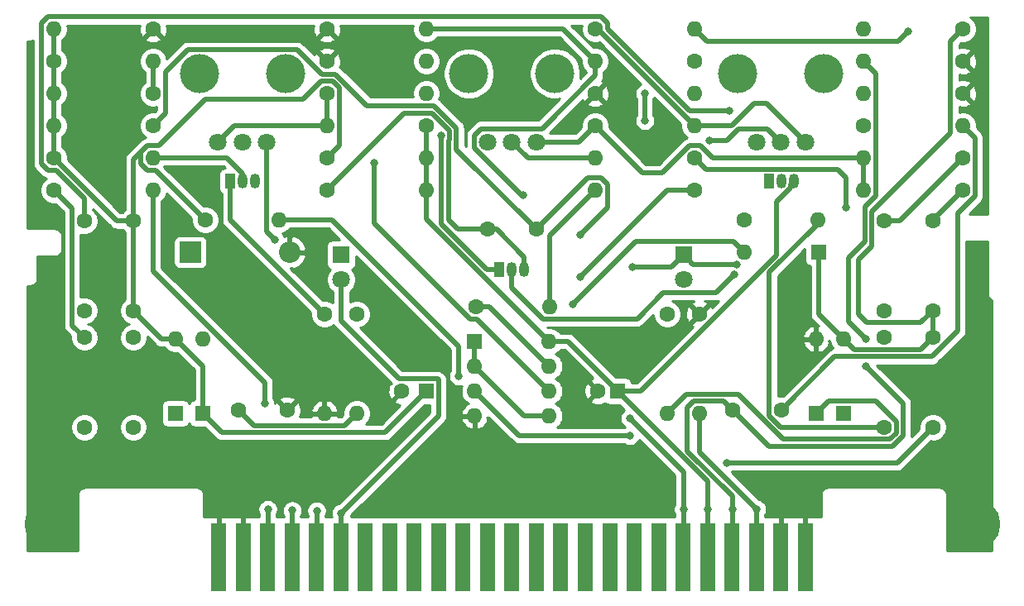
<source format=gbr>
G04 #@! TF.GenerationSoftware,KiCad,Pcbnew,(5.1.7)-1*
G04 #@! TF.CreationDate,2021-05-29T23:18:24-05:00*
G04 #@! TF.ProjectId,ConsolePedalDS1,436f6e73-6f6c-4655-9065-64616c445331,rev?*
G04 #@! TF.SameCoordinates,Original*
G04 #@! TF.FileFunction,Copper,L1,Top*
G04 #@! TF.FilePolarity,Positive*
%FSLAX46Y46*%
G04 Gerber Fmt 4.6, Leading zero omitted, Abs format (unit mm)*
G04 Created by KiCad (PCBNEW (5.1.7)-1) date 2021-05-29 23:18:24*
%MOMM*%
%LPD*%
G01*
G04 APERTURE LIST*
G04 #@! TA.AperFunction,ComponentPad*
%ADD10R,1.800000X1.800000*%
G04 #@! TD*
G04 #@! TA.AperFunction,ComponentPad*
%ADD11C,1.800000*%
G04 #@! TD*
G04 #@! TA.AperFunction,ConnectorPad*
%ADD12R,1.500000X7.000000*%
G04 #@! TD*
G04 #@! TA.AperFunction,ComponentPad*
%ADD13C,5.000000*%
G04 #@! TD*
G04 #@! TA.AperFunction,ComponentPad*
%ADD14C,1.600000*%
G04 #@! TD*
G04 #@! TA.AperFunction,ComponentPad*
%ADD15O,1.600000X1.600000*%
G04 #@! TD*
G04 #@! TA.AperFunction,ComponentPad*
%ADD16R,1.600000X1.600000*%
G04 #@! TD*
G04 #@! TA.AperFunction,ComponentPad*
%ADD17R,2.200000X2.200000*%
G04 #@! TD*
G04 #@! TA.AperFunction,ComponentPad*
%ADD18O,2.200000X2.200000*%
G04 #@! TD*
G04 #@! TA.AperFunction,ComponentPad*
%ADD19O,1.050000X1.500000*%
G04 #@! TD*
G04 #@! TA.AperFunction,ComponentPad*
%ADD20R,1.050000X1.500000*%
G04 #@! TD*
G04 #@! TA.AperFunction,WasherPad*
%ADD21C,4.000000*%
G04 #@! TD*
G04 #@! TA.AperFunction,ViaPad*
%ADD22C,0.800000*%
G04 #@! TD*
G04 #@! TA.AperFunction,Conductor*
%ADD23C,0.500000*%
G04 #@! TD*
G04 #@! TA.AperFunction,Conductor*
%ADD24C,0.254000*%
G04 #@! TD*
G04 #@! TA.AperFunction,Conductor*
%ADD25C,0.100000*%
G04 #@! TD*
G04 APERTURE END LIST*
D10*
G04 #@! TO.P,D7,1*
G04 #@! TO.N,Net-(D7-Pad1)*
X115250000Y-95000000D03*
D11*
G04 #@! TO.P,D7,2*
G04 #@! TO.N,/LEDPower*
X115250000Y-97540000D03*
G04 #@! TD*
G04 #@! TO.P,D8,2*
G04 #@! TO.N,/LEDPower*
X150250000Y-97540000D03*
D10*
G04 #@! TO.P,D8,1*
G04 #@! TO.N,Net-(D7-Pad1)*
X150250000Y-95000000D03*
G04 #@! TD*
D12*
G04 #@! TO.P,J1,1*
G04 #@! TO.N,GND*
X102715000Y-126000000D03*
G04 #@! TO.P,J1,2*
X105215000Y-126000000D03*
G04 #@! TO.P,J1,3*
G04 #@! TO.N,/Input*
X107715000Y-126000000D03*
G04 #@! TO.P,J1,4*
G04 #@! TO.N,/Output*
X110215000Y-126000000D03*
G04 #@! TO.P,J1,5*
G04 #@! TO.N,+9V*
X112715000Y-126000000D03*
G04 #@! TO.P,J1,6*
G04 #@! TO.N,/LEDPower*
X115215000Y-126000000D03*
G04 #@! TO.P,J1,7*
G04 #@! TO.N,N/C*
X117715000Y-126000000D03*
G04 #@! TO.P,J1,8*
X120215000Y-126000000D03*
G04 #@! TO.P,J1,9*
X122715000Y-126000000D03*
G04 #@! TO.P,J1,10*
X125215000Y-126000000D03*
G04 #@! TO.P,J1,11*
X127715000Y-126000000D03*
G04 #@! TO.P,J1,12*
X130215000Y-126000000D03*
G04 #@! TO.P,J1,13*
X132715000Y-126000000D03*
G04 #@! TO.P,J1,14*
X135215000Y-126000000D03*
G04 #@! TO.P,J1,15*
X137715000Y-126000000D03*
G04 #@! TO.P,J1,16*
X140215000Y-126000000D03*
G04 #@! TO.P,J1,17*
X142715000Y-126000000D03*
G04 #@! TO.P,J1,18*
X145215000Y-126000000D03*
G04 #@! TO.P,J1,19*
X147715000Y-126000000D03*
G04 #@! TO.P,J1,20*
G04 #@! TO.N,/LEDPower*
X150215000Y-126000000D03*
G04 #@! TO.P,J1,21*
G04 #@! TO.N,+9V*
X152715000Y-126000000D03*
G04 #@! TO.P,J1,22*
G04 #@! TO.N,/Output*
X155215000Y-126000000D03*
G04 #@! TO.P,J1,23*
G04 #@! TO.N,/Input*
X157715000Y-126000000D03*
G04 #@! TO.P,J1,24*
G04 #@! TO.N,GND*
X160215000Y-126000000D03*
G04 #@! TO.P,J1,25*
X162715000Y-126000000D03*
G04 #@! TD*
D13*
G04 #@! TO.P,H1,1*
G04 #@! TO.N,GND*
X85350000Y-122600000D03*
G04 #@! TD*
G04 #@! TO.P,H2,1*
G04 #@! TO.N,GND*
X180150000Y-122600000D03*
G04 #@! TD*
D14*
G04 #@! TO.P,R28,1*
G04 #@! TO.N,GND*
X178816000Y-78486000D03*
D15*
G04 #@! TO.P,R28,2*
G04 #@! TO.N,Net-(D7-Pad1)*
X168656000Y-78486000D03*
G04 #@! TD*
D14*
G04 #@! TO.P,C1,2*
G04 #@! TO.N,Net-(C1-Pad2)*
X88980000Y-103486000D03*
G04 #@! TO.P,C1,1*
G04 #@! TO.N,Net-(C1-Pad1)*
X93980000Y-103486000D03*
G04 #@! TD*
G04 #@! TO.P,C2,2*
G04 #@! TO.N,Net-(C2-Pad2)*
X88980000Y-112668000D03*
G04 #@! TO.P,C2,1*
G04 #@! TO.N,Net-(C2-Pad1)*
X93980000Y-112668000D03*
G04 #@! TD*
G04 #@! TO.P,C3,1*
G04 #@! TO.N,Net-(C2-Pad2)*
X175768000Y-112668000D03*
G04 #@! TO.P,C3,2*
G04 #@! TO.N,Net-(C3-Pad2)*
X170768000Y-112668000D03*
G04 #@! TD*
G04 #@! TO.P,C4,1*
G04 #@! TO.N,Net-(C4-Pad1)*
X156464000Y-91440000D03*
D15*
G04 #@! TO.P,C4,2*
G04 #@! TO.N,Net-(C3-Pad2)*
X163964000Y-91440000D03*
G04 #@! TD*
D14*
G04 #@! TO.P,C5,1*
G04 #@! TO.N,Net-(C5-Pad1)*
X135215000Y-92400000D03*
G04 #@! TO.P,C5,2*
G04 #@! TO.N,Net-(C4-Pad1)*
X130215000Y-92400000D03*
G04 #@! TD*
D15*
G04 #@! TO.P,C6,2*
G04 #@! TO.N,Net-(C6-Pad2)*
X136532000Y-100330000D03*
D14*
G04 #@! TO.P,C6,1*
G04 #@! TO.N,Net-(C6-Pad1)*
X129032000Y-100330000D03*
G04 #@! TD*
G04 #@! TO.P,C7,2*
G04 #@! TO.N,Net-(C7-Pad2)*
X104728000Y-110890000D03*
G04 #@! TO.P,C7,1*
G04 #@! TO.N,GND*
X109728000Y-110890000D03*
G04 #@! TD*
G04 #@! TO.P,C8,1*
G04 #@! TO.N,Net-(C10-Pad1)*
X175768000Y-103486000D03*
G04 #@! TO.P,C8,2*
G04 #@! TO.N,Net-(C8-Pad2)*
X170768000Y-103486000D03*
G04 #@! TD*
G04 #@! TO.P,C9,2*
G04 #@! TO.N,Net-(C10-Pad1)*
X88980000Y-100730000D03*
G04 #@! TO.P,C9,1*
G04 #@! TO.N,/4.5V*
X93980000Y-100730000D03*
G04 #@! TD*
G04 #@! TO.P,C10,1*
G04 #@! TO.N,Net-(C10-Pad1)*
X175768000Y-100730000D03*
G04 #@! TO.P,C10,2*
G04 #@! TO.N,Net-(C10-Pad2)*
X170768000Y-100730000D03*
G04 #@! TD*
G04 #@! TO.P,C11,2*
G04 #@! TO.N,Net-(C11-Pad2)*
X88980000Y-91548000D03*
G04 #@! TO.P,C11,1*
G04 #@! TO.N,/4.5V*
X93980000Y-91548000D03*
G04 #@! TD*
G04 #@! TO.P,C12,1*
G04 #@! TO.N,Net-(C12-Pad1)*
X175768000Y-91548000D03*
G04 #@! TO.P,C12,2*
G04 #@! TO.N,Net-(C12-Pad2)*
X170768000Y-91548000D03*
G04 #@! TD*
G04 #@! TO.P,C13,1*
G04 #@! TO.N,Net-(C13-Pad1)*
X160274000Y-110890000D03*
G04 #@! TO.P,C13,2*
G04 #@! TO.N,/Output*
X155274000Y-110890000D03*
G04 #@! TD*
D16*
G04 #@! TO.P,C14,1*
G04 #@! TO.N,/4.5V*
X123952000Y-108966000D03*
D14*
G04 #@! TO.P,C14,2*
G04 #@! TO.N,GND*
X121452000Y-108966000D03*
G04 #@! TD*
D16*
G04 #@! TO.P,C15,1*
G04 #@! TO.N,+9V*
X143510000Y-108966000D03*
D14*
G04 #@! TO.P,C15,2*
G04 #@! TO.N,GND*
X141510000Y-108966000D03*
G04 #@! TD*
G04 #@! TO.P,C16,1*
G04 #@! TO.N,/4.5V*
X101346000Y-91440000D03*
D15*
G04 #@! TO.P,C16,2*
G04 #@! TO.N,Net-(C10-Pad1)*
X108846000Y-91440000D03*
G04 #@! TD*
D16*
G04 #@! TO.P,D1,1*
G04 #@! TO.N,Net-(D1-Pad1)*
X163830000Y-111252000D03*
D15*
G04 #@! TO.P,D1,2*
G04 #@! TO.N,GND*
X163830000Y-103632000D03*
G04 #@! TD*
D16*
G04 #@! TO.P,D2,1*
G04 #@! TO.N,Net-(D2-Pad1)*
X98298000Y-111252000D03*
D15*
G04 #@! TO.P,D2,2*
G04 #@! TO.N,/4.5V*
X98298000Y-103632000D03*
G04 #@! TD*
G04 #@! TO.P,D3,2*
G04 #@! TO.N,Net-(D3-Pad2)*
X101092000Y-103632000D03*
D16*
G04 #@! TO.P,D3,1*
G04 #@! TO.N,/4.5V*
X101092000Y-111252000D03*
G04 #@! TD*
D17*
G04 #@! TO.P,D4,1*
G04 #@! TO.N,+9V*
X99822000Y-94742000D03*
D18*
G04 #@! TO.P,D4,2*
G04 #@! TO.N,GND*
X109982000Y-94742000D03*
G04 #@! TD*
D15*
G04 #@! TO.P,D5,2*
G04 #@! TO.N,Net-(D2-Pad1)*
X156464000Y-94742000D03*
D16*
G04 #@! TO.P,D5,1*
G04 #@! TO.N,Net-(C10-Pad1)*
X164084000Y-94742000D03*
G04 #@! TD*
G04 #@! TO.P,D6,1*
G04 #@! TO.N,Net-(D3-Pad2)*
X166624000Y-111252000D03*
D15*
G04 #@! TO.P,D6,2*
G04 #@! TO.N,Net-(C10-Pad1)*
X166624000Y-103632000D03*
G04 #@! TD*
D19*
G04 #@! TO.P,Q1,2*
G04 #@! TO.N,Net-(C1-Pad1)*
X105156000Y-87500000D03*
G04 #@! TO.P,Q1,3*
G04 #@! TO.N,+9V*
X106426000Y-87500000D03*
D20*
G04 #@! TO.P,Q1,1*
G04 #@! TO.N,Net-(C2-Pad1)*
X103886000Y-87500000D03*
G04 #@! TD*
D19*
G04 #@! TO.P,Q2,2*
G04 #@! TO.N,Net-(C3-Pad2)*
X132715000Y-96500000D03*
G04 #@! TO.P,Q2,3*
G04 #@! TO.N,Net-(C4-Pad1)*
X133985000Y-96500000D03*
D20*
G04 #@! TO.P,Q2,1*
G04 #@! TO.N,Net-(Q2-Pad1)*
X131445000Y-96500000D03*
G04 #@! TD*
G04 #@! TO.P,Q3,1*
G04 #@! TO.N,Net-(Q3-Pad1)*
X159004000Y-87500000D03*
D19*
G04 #@! TO.P,Q3,3*
G04 #@! TO.N,+9V*
X161544000Y-87500000D03*
G04 #@! TO.P,Q3,2*
G04 #@! TO.N,Net-(C12-Pad2)*
X160274000Y-87500000D03*
G04 #@! TD*
D14*
G04 #@! TO.P,R1,1*
G04 #@! TO.N,Net-(C1-Pad2)*
X85852000Y-88392000D03*
D15*
G04 #@! TO.P,R1,2*
G04 #@! TO.N,/Input*
X96012000Y-88392000D03*
G04 #@! TD*
G04 #@! TO.P,R2,2*
G04 #@! TO.N,Net-(C1-Pad1)*
X96012000Y-85090000D03*
D14*
G04 #@! TO.P,R2,1*
G04 #@! TO.N,/4.5V*
X85852000Y-85090000D03*
G04 #@! TD*
D15*
G04 #@! TO.P,R3,2*
G04 #@! TO.N,GND*
X113538000Y-111252000D03*
D14*
G04 #@! TO.P,R3,1*
G04 #@! TO.N,Net-(C2-Pad1)*
X113538000Y-101092000D03*
G04 #@! TD*
D15*
G04 #@! TO.P,R4,2*
G04 #@! TO.N,Net-(C2-Pad2)*
X96012000Y-75184000D03*
D14*
G04 #@! TO.P,R4,1*
G04 #@! TO.N,/4.5V*
X85852000Y-75184000D03*
G04 #@! TD*
G04 #@! TO.P,R5,1*
G04 #@! TO.N,Net-(C2-Pad2)*
X96012000Y-78486000D03*
D15*
G04 #@! TO.P,R5,2*
G04 #@! TO.N,/4.5V*
X85852000Y-78486000D03*
G04 #@! TD*
D14*
G04 #@! TO.P,R6,1*
G04 #@! TO.N,GND*
X113792000Y-71882000D03*
D15*
G04 #@! TO.P,R6,2*
G04 #@! TO.N,Net-(C3-Pad2)*
X123952000Y-71882000D03*
G04 #@! TD*
G04 #@! TO.P,R7,2*
G04 #@! TO.N,Net-(C3-Pad2)*
X141224000Y-75184000D03*
D14*
G04 #@! TO.P,R7,1*
G04 #@! TO.N,Net-(C4-Pad1)*
X151384000Y-75184000D03*
G04 #@! TD*
G04 #@! TO.P,R8,1*
G04 #@! TO.N,Net-(C4-Pad1)*
X113792000Y-88392000D03*
D15*
G04 #@! TO.P,R8,2*
G04 #@! TO.N,+9V*
X123952000Y-88392000D03*
G04 #@! TD*
G04 #@! TO.P,R9,2*
G04 #@! TO.N,Net-(Q2-Pad1)*
X123952000Y-75184000D03*
D14*
G04 #@! TO.P,R9,1*
G04 #@! TO.N,GND*
X113792000Y-75184000D03*
G04 #@! TD*
G04 #@! TO.P,R10,1*
G04 #@! TO.N,Net-(C5-Pad1)*
X96012000Y-81788000D03*
D15*
G04 #@! TO.P,R10,2*
G04 #@! TO.N,/4.5V*
X85852000Y-81788000D03*
G04 #@! TD*
G04 #@! TO.P,R11,2*
G04 #@! TO.N,Net-(C6-Pad2)*
X141224000Y-88392000D03*
D14*
G04 #@! TO.P,R11,1*
G04 #@! TO.N,Net-(R11-Pad1)*
X151384000Y-88392000D03*
G04 #@! TD*
D15*
G04 #@! TO.P,R12,2*
G04 #@! TO.N,Net-(C6-Pad1)*
X113792000Y-81788000D03*
D14*
G04 #@! TO.P,R12,1*
G04 #@! TO.N,+9V*
X123952000Y-81788000D03*
G04 #@! TD*
D15*
G04 #@! TO.P,R13,2*
G04 #@! TO.N,Net-(C7-Pad2)*
X116840000Y-111252000D03*
D14*
G04 #@! TO.P,R13,1*
G04 #@! TO.N,Net-(R13-Pad1)*
X116840000Y-101092000D03*
G04 #@! TD*
G04 #@! TO.P,R14,1*
G04 #@! TO.N,Net-(C6-Pad1)*
X113792000Y-78486000D03*
D15*
G04 #@! TO.P,R14,2*
G04 #@! TO.N,Net-(C8-Pad2)*
X123952000Y-78486000D03*
G04 #@! TD*
G04 #@! TO.P,R15,2*
G04 #@! TO.N,Net-(C10-Pad2)*
X151384000Y-71882000D03*
D14*
G04 #@! TO.P,R15,1*
G04 #@! TO.N,Net-(R15-Pad1)*
X141224000Y-71882000D03*
G04 #@! TD*
G04 #@! TO.P,R16,1*
G04 #@! TO.N,Net-(C10-Pad1)*
X178816000Y-71882000D03*
D15*
G04 #@! TO.P,R16,2*
G04 #@! TO.N,Net-(C11-Pad2)*
X168656000Y-71882000D03*
G04 #@! TD*
G04 #@! TO.P,R17,2*
G04 #@! TO.N,Net-(R15-Pad1)*
X151384000Y-81788000D03*
D14*
G04 #@! TO.P,R17,1*
G04 #@! TO.N,/4.5V*
X141224000Y-81788000D03*
G04 #@! TD*
G04 #@! TO.P,R18,1*
G04 #@! TO.N,Net-(C12-Pad1)*
X151384000Y-85090000D03*
D15*
G04 #@! TO.P,R18,2*
G04 #@! TO.N,Net-(R18-Pad2)*
X141224000Y-85090000D03*
G04 #@! TD*
G04 #@! TO.P,R19,2*
G04 #@! TO.N,/4.5V*
X168656000Y-88392000D03*
D14*
G04 #@! TO.P,R19,1*
G04 #@! TO.N,Net-(C12-Pad1)*
X178816000Y-88392000D03*
G04 #@! TD*
G04 #@! TO.P,R20,1*
G04 #@! TO.N,Net-(C12-Pad2)*
X178816000Y-85090000D03*
D15*
G04 #@! TO.P,R20,2*
G04 #@! TO.N,/4.5V*
X168656000Y-85090000D03*
G04 #@! TD*
G04 #@! TO.P,R21,2*
G04 #@! TO.N,Net-(Q3-Pad1)*
X151384000Y-78486000D03*
D14*
G04 #@! TO.P,R21,1*
G04 #@! TO.N,GND*
X141224000Y-78486000D03*
G04 #@! TD*
G04 #@! TO.P,R22,1*
G04 #@! TO.N,Net-(Q3-Pad1)*
X168656000Y-81788000D03*
D15*
G04 #@! TO.P,R22,2*
G04 #@! TO.N,Net-(C13-Pad1)*
X178816000Y-81788000D03*
G04 #@! TD*
G04 #@! TO.P,R23,2*
G04 #@! TO.N,/Output*
X168656000Y-75184000D03*
D14*
G04 #@! TO.P,R23,1*
G04 #@! TO.N,GND*
X178816000Y-75184000D03*
G04 #@! TD*
G04 #@! TO.P,R24,1*
G04 #@! TO.N,/4.5V*
X113792000Y-85090000D03*
D15*
G04 #@! TO.P,R24,2*
G04 #@! TO.N,+9V*
X123952000Y-85090000D03*
G04 #@! TD*
D14*
G04 #@! TO.P,R25,1*
G04 #@! TO.N,GND*
X96012000Y-71882000D03*
D15*
G04 #@! TO.P,R25,2*
G04 #@! TO.N,/4.5V*
X85852000Y-71882000D03*
G04 #@! TD*
D14*
G04 #@! TO.P,R26,1*
G04 #@! TO.N,Net-(C5-Pad1)*
X148590000Y-101092000D03*
D15*
G04 #@! TO.P,R26,2*
G04 #@! TO.N,Net-(D1-Pad1)*
X148590000Y-111252000D03*
G04 #@! TD*
D14*
G04 #@! TO.P,R27,1*
G04 #@! TO.N,GND*
X151892000Y-101092000D03*
D15*
G04 #@! TO.P,R27,2*
G04 #@! TO.N,/Input*
X151892000Y-111252000D03*
G04 #@! TD*
D11*
G04 #@! TO.P,RV1,3*
G04 #@! TO.N,Net-(C6-Pad1)*
X102639000Y-83439000D03*
G04 #@! TO.P,RV1,2*
G04 #@! TO.N,Net-(R11-Pad1)*
X105139000Y-83439000D03*
G04 #@! TO.P,RV1,1*
G04 #@! TO.N,Net-(R13-Pad1)*
X107639000Y-83439000D03*
D21*
G04 #@! TO.P,RV1,*
G04 #@! TO.N,*
X100739000Y-76439000D03*
X109539000Y-76439000D03*
G04 #@! TD*
D11*
G04 #@! TO.P,RV2,3*
G04 #@! TO.N,Net-(RV2-Pad3)*
X130215000Y-83439000D03*
G04 #@! TO.P,RV2,2*
G04 #@! TO.N,Net-(R18-Pad2)*
X132715000Y-83439000D03*
G04 #@! TO.P,RV2,1*
G04 #@! TO.N,/4.5V*
X135215000Y-83439000D03*
D21*
G04 #@! TO.P,RV2,*
G04 #@! TO.N,*
X128315000Y-76439000D03*
X137115000Y-76439000D03*
G04 #@! TD*
G04 #@! TO.P,RV3,*
G04 #@! TO.N,*
X164615000Y-76439000D03*
X155815000Y-76439000D03*
D11*
G04 #@! TO.P,RV3,1*
G04 #@! TO.N,Net-(R15-Pad1)*
X162715000Y-83439000D03*
G04 #@! TO.P,RV3,2*
G04 #@! TO.N,Net-(RV2-Pad3)*
X160215000Y-83439000D03*
G04 #@! TO.P,RV3,3*
G04 #@! TO.N,Net-(C11-Pad2)*
X157715000Y-83439000D03*
G04 #@! TD*
D16*
G04 #@! TO.P,U1,1*
G04 #@! TO.N,Net-(U1-Pad1)*
X128905000Y-103886000D03*
D15*
G04 #@! TO.P,U1,5*
X136525000Y-111506000D03*
G04 #@! TO.P,U1,2*
X128905000Y-106426000D03*
G04 #@! TO.P,U1,6*
G04 #@! TO.N,Net-(R11-Pad1)*
X136525000Y-108966000D03*
G04 #@! TO.P,U1,3*
G04 #@! TO.N,Net-(D1-Pad1)*
X128905000Y-108966000D03*
G04 #@! TO.P,U1,7*
G04 #@! TO.N,Net-(C6-Pad1)*
X136525000Y-106426000D03*
G04 #@! TO.P,U1,4*
G04 #@! TO.N,GND*
X128905000Y-111506000D03*
G04 #@! TO.P,U1,8*
G04 #@! TO.N,+9V*
X136525000Y-103886000D03*
G04 #@! TD*
D22*
G04 #@! TO.N,GND*
X105250000Y-120979000D03*
X160250000Y-120988000D03*
X102750000Y-121038000D03*
X162750000Y-120967000D03*
X110490000Y-115062000D03*
X112014000Y-115062000D03*
X97790000Y-86360000D03*
X107696000Y-97282000D03*
X116332000Y-104648000D03*
X132080000Y-79248000D03*
X133858000Y-79248000D03*
X145034000Y-103378000D03*
X145034000Y-104902000D03*
X99568000Y-97536000D03*
X90678000Y-97790000D03*
X113284000Y-93980000D03*
X161290000Y-100076000D03*
G04 #@! TO.N,/LEDPower*
X115250000Y-121454000D03*
X150250000Y-121073000D03*
X144780000Y-111760000D03*
G04 #@! TO.N,/Input*
X107750000Y-121066000D03*
X157750000Y-121066000D03*
X107442000Y-110236000D03*
G04 #@! TO.N,/Output*
X110250000Y-121195000D03*
X155250000Y-121068000D03*
X168910000Y-106426000D03*
X168910000Y-103632000D03*
G04 #@! TO.N,+9V*
X112750000Y-121235000D03*
X152750000Y-121108000D03*
G04 #@! TO.N,Net-(D1-Pad1)*
X144780000Y-113538000D03*
G04 #@! TO.N,Net-(C2-Pad2)*
X154686000Y-116332000D03*
G04 #@! TO.N,Net-(C4-Pad1)*
X146304000Y-81280000D03*
X146304000Y-78486000D03*
G04 #@! TO.N,Net-(C5-Pad1)*
X139700000Y-92964000D03*
G04 #@! TO.N,Net-(C10-Pad2)*
X173228000Y-72136000D03*
G04 #@! TO.N,Net-(C10-Pad1)*
X127254000Y-107442000D03*
G04 #@! TO.N,Net-(R13-Pad1)*
X108458000Y-93472000D03*
G04 #@! TO.N,Net-(C3-Pad2)*
X133858000Y-88900000D03*
X155448000Y-97028000D03*
G04 #@! TO.N,Net-(C11-Pad2)*
X154940000Y-80264000D03*
G04 #@! TO.N,Net-(C12-Pad1)*
X166878000Y-90170000D03*
G04 #@! TO.N,Net-(D2-Pad1)*
X138938000Y-100076000D03*
G04 #@! TO.N,Net-(D7-Pad1)*
X145034000Y-96266000D03*
X155702000Y-96012000D03*
G04 #@! TO.N,Net-(Q2-Pad1)*
X125476000Y-82804000D03*
G04 #@! TO.N,Net-(R11-Pad1)*
X118618000Y-85598000D03*
X139700000Y-97282000D03*
G04 #@! TO.N,Net-(RV2-Pad3)*
X152908000Y-83312000D03*
G04 #@! TD*
D23*
G04 #@! TO.N,GND*
X105250000Y-126000000D02*
X105250000Y-120979000D01*
X160250000Y-126000000D02*
X160250000Y-120988000D01*
X102750000Y-126000000D02*
X102750000Y-121038000D01*
X162750000Y-126000000D02*
X162750000Y-120967000D01*
G04 #@! TO.N,/LEDPower*
X115250000Y-126000000D02*
X115250000Y-121454000D01*
X150250000Y-126000000D02*
X150250000Y-121073000D01*
X125202001Y-111501999D02*
X115250000Y-121454000D01*
X125202001Y-107805999D02*
X125202001Y-111501999D01*
X121177999Y-107715999D02*
X125112001Y-107715999D01*
X115250000Y-101788000D02*
X121177999Y-107715999D01*
X125112001Y-107715999D02*
X125202001Y-107805999D01*
X115250000Y-97540000D02*
X115250000Y-101788000D01*
X150250000Y-121073000D02*
X150250000Y-117230000D01*
X150250000Y-117230000D02*
X144780000Y-111760000D01*
G04 #@! TO.N,/Input*
X107750000Y-126000000D02*
X107750000Y-121066000D01*
X157750000Y-126000000D02*
X157750000Y-121066000D01*
X157734000Y-121050000D02*
X157750000Y-121066000D01*
X151892000Y-115208000D02*
X157750000Y-121066000D01*
X151892000Y-111252000D02*
X151892000Y-115208000D01*
X96012000Y-96701998D02*
X107442000Y-108131998D01*
X96012000Y-88392000D02*
X96012000Y-96701998D01*
X107442000Y-108131998D02*
X107442000Y-110236000D01*
X107442000Y-110236000D02*
X107442000Y-110236000D01*
G04 #@! TO.N,/Output*
X110250000Y-126000000D02*
X110250000Y-121195000D01*
X155250000Y-126000000D02*
X155250000Y-121068000D01*
X110250000Y-121045000D02*
X110250000Y-121195000D01*
X150641999Y-115108037D02*
X155250000Y-119716038D01*
X150641999Y-110651999D02*
X150641999Y-115108037D01*
X151291999Y-110001999D02*
X150641999Y-110651999D01*
X154385999Y-110001999D02*
X151291999Y-110001999D01*
X155250000Y-119716038D02*
X155250000Y-121068000D01*
X155274000Y-110890000D02*
X154385999Y-110001999D01*
X172718011Y-110234011D02*
X168910000Y-106426000D01*
X172718011Y-113557954D02*
X172718011Y-110234011D01*
X171657954Y-114618011D02*
X172718011Y-113557954D01*
X159002011Y-114618011D02*
X171657954Y-114618011D01*
X155274000Y-110890000D02*
X159002011Y-114618011D01*
X169906001Y-76434001D02*
X169906001Y-88992001D01*
X168656000Y-75184000D02*
X169906001Y-76434001D01*
X169327001Y-89571001D02*
X168910000Y-89988002D01*
X169906001Y-88992001D02*
X169327001Y-89571001D01*
X168817989Y-90080013D02*
X169327001Y-89571001D01*
X168910000Y-103632000D02*
X167132000Y-101854000D01*
X167132000Y-95319978D02*
X168817989Y-93633989D01*
X167132000Y-101854000D02*
X167132000Y-95319978D01*
X168817989Y-93633989D02*
X168817989Y-90080013D01*
G04 #@! TO.N,+9V*
X112750000Y-126000000D02*
X112750000Y-121235000D01*
X152750000Y-126000000D02*
X152750000Y-121108000D01*
X123952000Y-81788000D02*
X123952000Y-85090000D01*
X123952000Y-85090000D02*
X123952000Y-88392000D01*
X152750000Y-118206000D02*
X143510000Y-108966000D01*
X152750000Y-121108000D02*
X152750000Y-118206000D01*
X138430000Y-103886000D02*
X143510000Y-108966000D01*
X136525000Y-103886000D02*
X138430000Y-103886000D01*
X123952000Y-91313000D02*
X123952000Y-88392000D01*
X136525000Y-103886000D02*
X123952000Y-91313000D01*
X161249010Y-87794990D02*
X161544000Y-87500000D01*
X161249010Y-88128862D02*
X161249010Y-87794990D01*
X159766000Y-89611872D02*
X161249010Y-88128862D01*
X159766000Y-95068002D02*
X159766000Y-89611872D01*
X145868002Y-108966000D02*
X159766000Y-95068002D01*
X143510000Y-108966000D02*
X145868002Y-108966000D01*
G04 #@! TO.N,Net-(D1-Pad1)*
X172018001Y-112067999D02*
X169952001Y-110001999D01*
X172018001Y-113268001D02*
X172018001Y-112067999D01*
X171368001Y-113918001D02*
X172018001Y-113268001D01*
X165080001Y-110001999D02*
X163830000Y-111252000D01*
X160462037Y-113918001D02*
X171368001Y-113918001D01*
X155846025Y-109301989D02*
X160462037Y-113918001D01*
X150540011Y-109301989D02*
X155846025Y-109301989D01*
X169952001Y-110001999D02*
X165080001Y-110001999D01*
X148590000Y-111252000D02*
X150540011Y-109301989D01*
X133477000Y-113538000D02*
X144780000Y-113538000D01*
X128905000Y-108966000D02*
X133477000Y-113538000D01*
G04 #@! TO.N,Net-(C7-Pad2)*
X115589999Y-112502001D02*
X116840000Y-111252000D01*
X106340001Y-112502001D02*
X115589999Y-112502001D01*
X104728000Y-110890000D02*
X106340001Y-112502001D01*
G04 #@! TO.N,Net-(C2-Pad1)*
X103886000Y-91440000D02*
X113538000Y-101092000D01*
X103886000Y-87500000D02*
X103886000Y-91440000D01*
G04 #@! TO.N,Net-(C2-Pad2)*
X96012000Y-78486000D02*
X96012000Y-75184000D01*
X172104000Y-116332000D02*
X154686000Y-116332000D01*
X175768000Y-112668000D02*
X172104000Y-116332000D01*
G04 #@! TO.N,Net-(C4-Pad1)*
X131135000Y-92400000D02*
X130215000Y-92400000D01*
X133985000Y-95250000D02*
X131135000Y-92400000D01*
X133985000Y-96500000D02*
X133985000Y-95250000D01*
X124552001Y-80537999D02*
X121646001Y-80537999D01*
X121646001Y-80537999D02*
X113792000Y-88392000D01*
X126326001Y-82311999D02*
X124552001Y-80537999D01*
X126238000Y-83300002D02*
X126326001Y-83212001D01*
X126238000Y-91440000D02*
X126238000Y-83300002D01*
X126326001Y-83212001D02*
X126326001Y-82311999D01*
X127198000Y-92400000D02*
X126238000Y-91440000D01*
X130215000Y-92400000D02*
X127198000Y-92400000D01*
X146304000Y-81280000D02*
X146304000Y-78486000D01*
G04 #@! TO.N,Net-(C5-Pad1)*
X97262001Y-76289997D02*
X97262001Y-80537999D01*
X99562999Y-73988999D02*
X97262001Y-76289997D01*
X110715001Y-73988999D02*
X99562999Y-73988999D01*
X113261991Y-76535989D02*
X110715001Y-73988999D01*
X114681954Y-76535989D02*
X113261991Y-76535989D01*
X127026011Y-82022046D02*
X124739966Y-79736001D01*
X117881966Y-79736001D02*
X114681954Y-76535989D01*
X127026011Y-84211011D02*
X127026011Y-82022046D01*
X97262001Y-80537999D02*
X96012000Y-81788000D01*
X124739966Y-79736001D02*
X117881966Y-79736001D01*
X135215000Y-92400000D02*
X127026011Y-84211011D01*
X140473001Y-87141999D02*
X135215000Y-92400000D01*
X141824001Y-87141999D02*
X140473001Y-87141999D01*
X142474001Y-87791999D02*
X141824001Y-87141999D01*
X142474001Y-90189999D02*
X142474001Y-87791999D01*
X139700000Y-92964000D02*
X142474001Y-90189999D01*
G04 #@! TO.N,Net-(C6-Pad2)*
X136532000Y-93084000D02*
X141224000Y-88392000D01*
X136532000Y-100330000D02*
X136532000Y-93084000D01*
G04 #@! TO.N,Net-(C10-Pad2)*
X152634001Y-73132001D02*
X151384000Y-71882000D01*
X172231999Y-73132001D02*
X152634001Y-73132001D01*
X173228000Y-72136000D02*
X172231999Y-73132001D01*
G04 #@! TO.N,Net-(C10-Pad1)*
X175768000Y-103486000D02*
X175768000Y-100730000D01*
X174517999Y-104736001D02*
X175768000Y-103486000D01*
X167728001Y-104736001D02*
X174517999Y-104736001D01*
X166624000Y-103632000D02*
X167728001Y-104736001D01*
X164084000Y-101092000D02*
X166624000Y-103632000D01*
X164084000Y-94742000D02*
X164084000Y-101092000D01*
X178816000Y-71882000D02*
X177565999Y-73132001D01*
X177565999Y-73132001D02*
X177565999Y-80791999D01*
X177565999Y-82530001D02*
X169517999Y-90578001D01*
X177565999Y-80791999D02*
X177565999Y-82530001D01*
X177565999Y-80791999D02*
X177565999Y-81260001D01*
X127254000Y-104393998D02*
X127254000Y-107442000D01*
X114300002Y-91440000D02*
X127254000Y-104393998D01*
X108846000Y-91440000D02*
X114300002Y-91440000D01*
X175768000Y-100730000D02*
X174517999Y-101980001D01*
X171068001Y-101980001D02*
X169036001Y-101980001D01*
X174517999Y-101980001D02*
X171068001Y-101980001D01*
X171068001Y-101980001D02*
X170306001Y-101980001D01*
X169036001Y-101980001D02*
X168148000Y-101092000D01*
X168148000Y-95504000D02*
X169517999Y-94134001D01*
X168148000Y-101092000D02*
X168148000Y-95504000D01*
X169517999Y-90578001D02*
X169517999Y-94134001D01*
G04 #@! TO.N,Net-(R13-Pad1)*
X107595999Y-83482001D02*
X107639000Y-83439000D01*
X107595999Y-92609999D02*
X107595999Y-83482001D01*
X108458000Y-93472000D02*
X107595999Y-92609999D01*
G04 #@! TO.N,Net-(C1-Pad2)*
X87729999Y-90269999D02*
X85852000Y-88392000D01*
X87729999Y-102235999D02*
X87729999Y-90269999D01*
X88980000Y-103486000D02*
X87729999Y-102235999D01*
G04 #@! TO.N,Net-(C1-Pad1)*
X103561002Y-85090000D02*
X96012000Y-85090000D01*
X105156000Y-86684998D02*
X103561002Y-85090000D01*
X105156000Y-87500000D02*
X105156000Y-86684998D01*
G04 #@! TO.N,Net-(C3-Pad2)*
X137922000Y-71882000D02*
X123952000Y-71882000D01*
X141224000Y-75184000D02*
X137922000Y-71882000D01*
X133677998Y-88900000D02*
X133858000Y-88900000D01*
X128864999Y-84087001D02*
X133677998Y-88900000D01*
X128864999Y-82790999D02*
X128864999Y-84087001D01*
X129566999Y-82088999D02*
X128864999Y-82790999D01*
X135770999Y-82088999D02*
X129566999Y-82088999D01*
X141224000Y-76635998D02*
X135770999Y-82088999D01*
X141224000Y-75184000D02*
X141224000Y-76635998D01*
X159023999Y-111490001D02*
X159023999Y-96799965D01*
X159023999Y-96799965D02*
X163964000Y-91859964D01*
X163964000Y-91859964D02*
X163964000Y-91440000D01*
X170768000Y-112668000D02*
X160201998Y-112668000D01*
X160201998Y-112668000D02*
X159023999Y-111490001D01*
X148197999Y-98890001D02*
X153585999Y-98890001D01*
X145507999Y-101580001D02*
X148197999Y-98890001D01*
X153585999Y-98890001D02*
X155448000Y-97028000D01*
X135931999Y-101580001D02*
X145507999Y-101580001D01*
X132715000Y-98363002D02*
X135931999Y-101580001D01*
X132715000Y-96500000D02*
X132715000Y-98363002D01*
G04 #@! TO.N,Net-(C6-Pad1)*
X113792000Y-78486000D02*
X113792000Y-81788000D01*
X104290000Y-81788000D02*
X102639000Y-83439000D01*
X113792000Y-81788000D02*
X104290000Y-81788000D01*
X130429000Y-100330000D02*
X136525000Y-106426000D01*
X129032000Y-100330000D02*
X130429000Y-100330000D01*
G04 #@! TO.N,/4.5V*
X85852000Y-71882000D02*
X85852000Y-75184000D01*
X85852000Y-75184000D02*
X85852000Y-78486000D01*
X85852000Y-78486000D02*
X85852000Y-81788000D01*
X85852000Y-81788000D02*
X85852000Y-85090000D01*
X92310000Y-91548000D02*
X85852000Y-85090000D01*
X93980000Y-91548000D02*
X92310000Y-91548000D01*
X96882000Y-103632000D02*
X93980000Y-100730000D01*
X98298000Y-103632000D02*
X96882000Y-103632000D01*
X93980000Y-100730000D02*
X93980000Y-91548000D01*
X101092000Y-106426000D02*
X98298000Y-103632000D01*
X101092000Y-111252000D02*
X101092000Y-106426000D01*
X168656000Y-88392000D02*
X168656000Y-85090000D01*
X139573000Y-83439000D02*
X141224000Y-81788000D01*
X135215000Y-83439000D02*
X139573000Y-83439000D01*
X103042011Y-113202011D02*
X119715989Y-113202011D01*
X119715989Y-113202011D02*
X123952000Y-108966000D01*
X101092000Y-111252000D02*
X103042011Y-113202011D01*
X115042001Y-83839999D02*
X113792000Y-85090000D01*
X115042001Y-77885999D02*
X115042001Y-83839999D01*
X96612001Y-83839999D02*
X101365999Y-79086001D01*
X113191999Y-77235999D02*
X114392001Y-77235999D01*
X95411999Y-83839999D02*
X96612001Y-83839999D01*
X94761999Y-85690001D02*
X94761999Y-84489999D01*
X95411999Y-86340001D02*
X94761999Y-85690001D01*
X101365999Y-79086001D02*
X111341997Y-79086001D01*
X96246001Y-86340001D02*
X95411999Y-86340001D01*
X114392001Y-77235999D02*
X115042001Y-77885999D01*
X111341997Y-79086001D02*
X113191999Y-77235999D01*
X101346000Y-91440000D02*
X96246001Y-86340001D01*
X93980000Y-85271998D02*
X95086999Y-84164999D01*
X93980000Y-91548000D02*
X93980000Y-85271998D01*
X95086999Y-84164999D02*
X95411999Y-83839999D01*
X94761999Y-84489999D02*
X95086999Y-84164999D01*
X168656000Y-85090000D02*
X153234002Y-85090000D01*
X141224000Y-81788000D02*
X146050000Y-86614000D01*
X151984001Y-83839999D02*
X150856001Y-83839999D01*
X153234002Y-85090000D02*
X151984001Y-83839999D01*
X148082000Y-86614000D02*
X146050000Y-86614000D01*
X150856001Y-83839999D02*
X148082000Y-86614000D01*
G04 #@! TO.N,Net-(C11-Pad2)*
X142474001Y-71888039D02*
X150849962Y-80264000D01*
X142474001Y-71281999D02*
X142474001Y-71888039D01*
X84601999Y-85690001D02*
X84601999Y-71281999D01*
X85251999Y-86340001D02*
X84601999Y-85690001D01*
X86112039Y-86340001D02*
X85251999Y-86340001D01*
X88980000Y-89207962D02*
X86112039Y-86340001D01*
X141824001Y-70631999D02*
X142474001Y-71281999D01*
X85251999Y-70631999D02*
X141824001Y-70631999D01*
X84601999Y-71281999D02*
X85251999Y-70631999D01*
X88980000Y-91548000D02*
X88980000Y-89207962D01*
X150849962Y-80264000D02*
X154940000Y-80264000D01*
X154940000Y-80264000D02*
X154940000Y-80264000D01*
G04 #@! TO.N,Net-(C12-Pad1)*
X175768000Y-91440000D02*
X178816000Y-88392000D01*
X175768000Y-91548000D02*
X175768000Y-91440000D01*
X151384000Y-85090000D02*
X152593990Y-86299990D01*
X166878000Y-90170000D02*
X166878000Y-90170000D01*
X166878000Y-90170000D02*
X166878000Y-87122000D01*
X166055990Y-86299990D02*
X162499990Y-86299990D01*
X166878000Y-87122000D02*
X166055990Y-86299990D01*
X162499990Y-86299990D02*
X163007990Y-86299990D01*
X152593990Y-86299990D02*
X162499990Y-86299990D01*
G04 #@! TO.N,Net-(C12-Pad2)*
X172358000Y-91548000D02*
X178816000Y-85090000D01*
X170768000Y-91548000D02*
X172358000Y-91548000D01*
G04 #@! TO.N,Net-(C13-Pad1)*
X180066001Y-83038001D02*
X178816000Y-81788000D01*
X180066001Y-88992001D02*
X180066001Y-83038001D01*
X178308000Y-90750002D02*
X180066001Y-88992001D01*
X178308000Y-102796002D02*
X178308000Y-90750002D01*
X175667991Y-105436011D02*
X178308000Y-102796002D01*
X165727989Y-105436011D02*
X175667991Y-105436011D01*
X160274000Y-110890000D02*
X165727989Y-105436011D01*
G04 #@! TO.N,Net-(D2-Pad1)*
X145364001Y-93649999D02*
X138938000Y-100076000D01*
X155371999Y-93649999D02*
X145364001Y-93649999D01*
X156464000Y-94742000D02*
X155371999Y-93649999D01*
G04 #@! TO.N,Net-(D7-Pad1)*
X148984000Y-96266000D02*
X150250000Y-95000000D01*
X145034000Y-96266000D02*
X148984000Y-96266000D01*
X151262000Y-96012000D02*
X150250000Y-95000000D01*
X155702000Y-96012000D02*
X151262000Y-96012000D01*
G04 #@! TO.N,Net-(Q2-Pad1)*
X131445000Y-96500000D02*
X130128962Y-96500000D01*
X130128962Y-96500000D02*
X125476000Y-91847038D01*
X125476000Y-91847038D02*
X125476000Y-82804000D01*
G04 #@! TO.N,Net-(R11-Pad1)*
X118618000Y-91766002D02*
X118618000Y-85598000D01*
X128431999Y-101580001D02*
X118618000Y-91766002D01*
X129139001Y-101580001D02*
X128431999Y-101580001D01*
X136525000Y-108966000D02*
X129139001Y-101580001D01*
X148590000Y-88392000D02*
X139700000Y-97282000D01*
X151384000Y-88392000D02*
X148590000Y-88392000D01*
G04 #@! TO.N,Net-(R15-Pad1)*
X141478000Y-71882000D02*
X141224000Y-71882000D01*
X151384000Y-81788000D02*
X141478000Y-71882000D01*
X151384000Y-81788000D02*
X155194000Y-81788000D01*
X155194000Y-81788000D02*
X157480000Y-79502000D01*
X158778000Y-79502000D02*
X162715000Y-83439000D01*
X157480000Y-79502000D02*
X158778000Y-79502000D01*
G04 #@! TO.N,Net-(R18-Pad2)*
X134366000Y-85090000D02*
X132715000Y-83439000D01*
X141224000Y-85090000D02*
X134366000Y-85090000D01*
G04 #@! TO.N,Net-(RV2-Pad3)*
X158864999Y-82088999D02*
X155882964Y-82088999D01*
X155882964Y-82088999D02*
X154659963Y-83312000D01*
X160215000Y-83439000D02*
X158864999Y-82088999D01*
X154659963Y-83312000D02*
X152908000Y-83312000D01*
X152908000Y-83312000D02*
X152908000Y-83312000D01*
G04 #@! TO.N,Net-(U1-Pad1)*
X133985000Y-111506000D02*
X128905000Y-106426000D01*
X136525000Y-111506000D02*
X133985000Y-111506000D01*
X128905000Y-106426000D02*
X128905000Y-103886000D01*
G04 #@! TD*
D24*
G04 #@! TO.N,GND*
X179267285Y-93667204D02*
X179400000Y-93680275D01*
X179433252Y-93677000D01*
X181323000Y-93677000D01*
X181323001Y-98966738D01*
X181319725Y-99000000D01*
X181332796Y-99132715D01*
X181371508Y-99260330D01*
X181434372Y-99377941D01*
X181518973Y-99481027D01*
X181622059Y-99565628D01*
X181739670Y-99628492D01*
X181823001Y-99653770D01*
X181823000Y-125323000D01*
X177177000Y-125323000D01*
X177177000Y-119533252D01*
X177180275Y-119500000D01*
X177167204Y-119367285D01*
X177128492Y-119239670D01*
X177065628Y-119122059D01*
X176981027Y-119018973D01*
X176877941Y-118934372D01*
X176760330Y-118871508D01*
X176632715Y-118832796D01*
X176533252Y-118823000D01*
X176500000Y-118819725D01*
X176466748Y-118823000D01*
X165033252Y-118823000D01*
X165000000Y-118819725D01*
X164966748Y-118823000D01*
X164867285Y-118832796D01*
X164739670Y-118871508D01*
X164622059Y-118934372D01*
X164518973Y-119018973D01*
X164434372Y-119122059D01*
X164371508Y-119239670D01*
X164332796Y-119367285D01*
X164319725Y-119500000D01*
X164323001Y-119533262D01*
X164323001Y-121793000D01*
X158627000Y-121793000D01*
X158627000Y-121602027D01*
X158660115Y-121552467D01*
X158737533Y-121365565D01*
X158777000Y-121167151D01*
X158777000Y-120964849D01*
X158737533Y-120766435D01*
X158660115Y-120579533D01*
X158547723Y-120411326D01*
X158404674Y-120268277D01*
X158236467Y-120155885D01*
X158049565Y-120078467D01*
X157991104Y-120066838D01*
X155168163Y-117243898D01*
X155172467Y-117242115D01*
X155222027Y-117209000D01*
X172060921Y-117209000D01*
X172104000Y-117213243D01*
X172147079Y-117209000D01*
X172275922Y-117196310D01*
X172441237Y-117146162D01*
X172593592Y-117064727D01*
X172727133Y-116955133D01*
X172754597Y-116921668D01*
X175588928Y-114087337D01*
X175627453Y-114095000D01*
X175908547Y-114095000D01*
X176184241Y-114040162D01*
X176443938Y-113932591D01*
X176677660Y-113776424D01*
X176876424Y-113577660D01*
X177032591Y-113343938D01*
X177140162Y-113084241D01*
X177195000Y-112808547D01*
X177195000Y-112527453D01*
X177140162Y-112251759D01*
X177032591Y-111992062D01*
X176876424Y-111758340D01*
X176677660Y-111559576D01*
X176443938Y-111403409D01*
X176184241Y-111295838D01*
X175908547Y-111241000D01*
X175627453Y-111241000D01*
X175351759Y-111295838D01*
X175092062Y-111403409D01*
X174858340Y-111559576D01*
X174659576Y-111758340D01*
X174503409Y-111992062D01*
X174395838Y-112251759D01*
X174341000Y-112527453D01*
X174341000Y-112808547D01*
X174348663Y-112847072D01*
X173595045Y-113600690D01*
X173599254Y-113557954D01*
X173595011Y-113514875D01*
X173595011Y-110277090D01*
X173599254Y-110234011D01*
X173582321Y-110062088D01*
X173532173Y-109896774D01*
X173473866Y-109787689D01*
X173450738Y-109744419D01*
X173385366Y-109664763D01*
X173368605Y-109644339D01*
X173368603Y-109644337D01*
X173341144Y-109610878D01*
X173307685Y-109583419D01*
X170037276Y-106313011D01*
X175624912Y-106313011D01*
X175667991Y-106317254D01*
X175711070Y-106313011D01*
X175839913Y-106300321D01*
X176005228Y-106250173D01*
X176157583Y-106168738D01*
X176291124Y-106059144D01*
X176318588Y-106025679D01*
X178897669Y-103446598D01*
X178931133Y-103419135D01*
X179040727Y-103285594D01*
X179122162Y-103133239D01*
X179147364Y-103050161D01*
X179172310Y-102967925D01*
X179189243Y-102796002D01*
X179185000Y-102752923D01*
X179185000Y-93642243D01*
X179267285Y-93667204D01*
G04 #@! TA.AperFunction,Conductor*
D25*
G36*
X179267285Y-93667204D02*
G01*
X179400000Y-93680275D01*
X179433252Y-93677000D01*
X181323000Y-93677000D01*
X181323001Y-98966738D01*
X181319725Y-99000000D01*
X181332796Y-99132715D01*
X181371508Y-99260330D01*
X181434372Y-99377941D01*
X181518973Y-99481027D01*
X181622059Y-99565628D01*
X181739670Y-99628492D01*
X181823001Y-99653770D01*
X181823000Y-125323000D01*
X177177000Y-125323000D01*
X177177000Y-119533252D01*
X177180275Y-119500000D01*
X177167204Y-119367285D01*
X177128492Y-119239670D01*
X177065628Y-119122059D01*
X176981027Y-119018973D01*
X176877941Y-118934372D01*
X176760330Y-118871508D01*
X176632715Y-118832796D01*
X176533252Y-118823000D01*
X176500000Y-118819725D01*
X176466748Y-118823000D01*
X165033252Y-118823000D01*
X165000000Y-118819725D01*
X164966748Y-118823000D01*
X164867285Y-118832796D01*
X164739670Y-118871508D01*
X164622059Y-118934372D01*
X164518973Y-119018973D01*
X164434372Y-119122059D01*
X164371508Y-119239670D01*
X164332796Y-119367285D01*
X164319725Y-119500000D01*
X164323001Y-119533262D01*
X164323001Y-121793000D01*
X158627000Y-121793000D01*
X158627000Y-121602027D01*
X158660115Y-121552467D01*
X158737533Y-121365565D01*
X158777000Y-121167151D01*
X158777000Y-120964849D01*
X158737533Y-120766435D01*
X158660115Y-120579533D01*
X158547723Y-120411326D01*
X158404674Y-120268277D01*
X158236467Y-120155885D01*
X158049565Y-120078467D01*
X157991104Y-120066838D01*
X155168163Y-117243898D01*
X155172467Y-117242115D01*
X155222027Y-117209000D01*
X172060921Y-117209000D01*
X172104000Y-117213243D01*
X172147079Y-117209000D01*
X172275922Y-117196310D01*
X172441237Y-117146162D01*
X172593592Y-117064727D01*
X172727133Y-116955133D01*
X172754597Y-116921668D01*
X175588928Y-114087337D01*
X175627453Y-114095000D01*
X175908547Y-114095000D01*
X176184241Y-114040162D01*
X176443938Y-113932591D01*
X176677660Y-113776424D01*
X176876424Y-113577660D01*
X177032591Y-113343938D01*
X177140162Y-113084241D01*
X177195000Y-112808547D01*
X177195000Y-112527453D01*
X177140162Y-112251759D01*
X177032591Y-111992062D01*
X176876424Y-111758340D01*
X176677660Y-111559576D01*
X176443938Y-111403409D01*
X176184241Y-111295838D01*
X175908547Y-111241000D01*
X175627453Y-111241000D01*
X175351759Y-111295838D01*
X175092062Y-111403409D01*
X174858340Y-111559576D01*
X174659576Y-111758340D01*
X174503409Y-111992062D01*
X174395838Y-112251759D01*
X174341000Y-112527453D01*
X174341000Y-112808547D01*
X174348663Y-112847072D01*
X173595045Y-113600690D01*
X173599254Y-113557954D01*
X173595011Y-113514875D01*
X173595011Y-110277090D01*
X173599254Y-110234011D01*
X173582321Y-110062088D01*
X173532173Y-109896774D01*
X173473866Y-109787689D01*
X173450738Y-109744419D01*
X173385366Y-109664763D01*
X173368605Y-109644339D01*
X173368603Y-109644337D01*
X173341144Y-109610878D01*
X173307685Y-109583419D01*
X170037276Y-106313011D01*
X175624912Y-106313011D01*
X175667991Y-106317254D01*
X175711070Y-106313011D01*
X175839913Y-106300321D01*
X176005228Y-106250173D01*
X176157583Y-106168738D01*
X176291124Y-106059144D01*
X176318588Y-106025679D01*
X178897669Y-103446598D01*
X178931133Y-103419135D01*
X179040727Y-103285594D01*
X179122162Y-103133239D01*
X179147364Y-103050161D01*
X179172310Y-102967925D01*
X179189243Y-102796002D01*
X179185000Y-102752923D01*
X179185000Y-93642243D01*
X179267285Y-93667204D01*
G37*
G04 #@! TD.AperFunction*
D24*
X83724999Y-85646921D02*
X83720756Y-85690001D01*
X83737689Y-85861923D01*
X83768276Y-85962753D01*
X83787837Y-86027237D01*
X83869272Y-86179592D01*
X83978866Y-86313134D01*
X84012330Y-86340597D01*
X84601406Y-86929674D01*
X84628866Y-86963134D01*
X84662325Y-86990593D01*
X84662327Y-86990595D01*
X84686471Y-87010409D01*
X84762407Y-87072728D01*
X84854589Y-87122000D01*
X84914762Y-87154163D01*
X85066935Y-87200325D01*
X84942340Y-87283576D01*
X84743576Y-87482340D01*
X84587409Y-87716062D01*
X84479838Y-87975759D01*
X84425000Y-88251453D01*
X84425000Y-88532547D01*
X84479838Y-88808241D01*
X84587409Y-89067938D01*
X84743576Y-89301660D01*
X84942340Y-89500424D01*
X85176062Y-89656591D01*
X85435759Y-89764162D01*
X85711453Y-89819000D01*
X85992547Y-89819000D01*
X86031072Y-89811337D01*
X86853000Y-90633265D01*
X86852999Y-102192919D01*
X86848756Y-102235999D01*
X86865689Y-102407921D01*
X86899385Y-102519000D01*
X86915837Y-102573235D01*
X86997272Y-102725590D01*
X87106866Y-102859132D01*
X87140331Y-102886596D01*
X87560663Y-103306928D01*
X87553000Y-103345453D01*
X87553000Y-103626547D01*
X87607838Y-103902241D01*
X87715409Y-104161938D01*
X87871576Y-104395660D01*
X88070340Y-104594424D01*
X88304062Y-104750591D01*
X88563759Y-104858162D01*
X88839453Y-104913000D01*
X89120547Y-104913000D01*
X89396241Y-104858162D01*
X89655938Y-104750591D01*
X89889660Y-104594424D01*
X90088424Y-104395660D01*
X90244591Y-104161938D01*
X90352162Y-103902241D01*
X90407000Y-103626547D01*
X90407000Y-103345453D01*
X90352162Y-103069759D01*
X90244591Y-102810062D01*
X90088424Y-102576340D01*
X89889660Y-102377576D01*
X89655938Y-102221409D01*
X89396241Y-102113838D01*
X89366891Y-102108000D01*
X89396241Y-102102162D01*
X89655938Y-101994591D01*
X89889660Y-101838424D01*
X90088424Y-101639660D01*
X90244591Y-101405938D01*
X90352162Y-101146241D01*
X90407000Y-100870547D01*
X90407000Y-100589453D01*
X90352162Y-100313759D01*
X90244591Y-100054062D01*
X90088424Y-99820340D01*
X89889660Y-99621576D01*
X89655938Y-99465409D01*
X89396241Y-99357838D01*
X89120547Y-99303000D01*
X88839453Y-99303000D01*
X88606999Y-99349237D01*
X88606999Y-92928763D01*
X88839453Y-92975000D01*
X89120547Y-92975000D01*
X89396241Y-92920162D01*
X89655938Y-92812591D01*
X89889660Y-92656424D01*
X90088424Y-92457660D01*
X90244591Y-92223938D01*
X90352162Y-91964241D01*
X90407000Y-91688547D01*
X90407000Y-91407453D01*
X90352162Y-91131759D01*
X90244591Y-90872062D01*
X90088424Y-90638340D01*
X89889660Y-90439576D01*
X89857000Y-90417753D01*
X89857000Y-90335265D01*
X91659403Y-92137668D01*
X91686867Y-92171133D01*
X91820408Y-92280727D01*
X91972763Y-92362162D01*
X92138078Y-92412310D01*
X92266921Y-92425000D01*
X92266922Y-92425000D01*
X92309999Y-92429243D01*
X92353076Y-92425000D01*
X92849753Y-92425000D01*
X92871576Y-92457660D01*
X93070340Y-92656424D01*
X93103001Y-92678247D01*
X93103000Y-99599753D01*
X93070340Y-99621576D01*
X92871576Y-99820340D01*
X92715409Y-100054062D01*
X92607838Y-100313759D01*
X92553000Y-100589453D01*
X92553000Y-100870547D01*
X92607838Y-101146241D01*
X92715409Y-101405938D01*
X92871576Y-101639660D01*
X93070340Y-101838424D01*
X93304062Y-101994591D01*
X93563759Y-102102162D01*
X93593109Y-102108000D01*
X93563759Y-102113838D01*
X93304062Y-102221409D01*
X93070340Y-102377576D01*
X92871576Y-102576340D01*
X92715409Y-102810062D01*
X92607838Y-103069759D01*
X92553000Y-103345453D01*
X92553000Y-103626547D01*
X92607838Y-103902241D01*
X92715409Y-104161938D01*
X92871576Y-104395660D01*
X93070340Y-104594424D01*
X93304062Y-104750591D01*
X93563759Y-104858162D01*
X93839453Y-104913000D01*
X94120547Y-104913000D01*
X94396241Y-104858162D01*
X94655938Y-104750591D01*
X94889660Y-104594424D01*
X95088424Y-104395660D01*
X95244591Y-104161938D01*
X95352162Y-103902241D01*
X95407000Y-103626547D01*
X95407000Y-103397266D01*
X96231408Y-104221674D01*
X96258867Y-104255133D01*
X96392408Y-104364727D01*
X96456089Y-104398765D01*
X96544763Y-104446162D01*
X96710077Y-104496310D01*
X96882000Y-104513243D01*
X96925079Y-104509000D01*
X97167753Y-104509000D01*
X97189576Y-104541660D01*
X97388340Y-104740424D01*
X97622062Y-104896591D01*
X97881759Y-105004162D01*
X98157453Y-105059000D01*
X98438547Y-105059000D01*
X98477072Y-105051337D01*
X100215001Y-106789266D01*
X100215000Y-109829551D01*
X100169087Y-109834073D01*
X100050897Y-109869925D01*
X99941972Y-109928147D01*
X99846499Y-110006499D01*
X99768147Y-110101972D01*
X99709925Y-110210897D01*
X99695000Y-110260099D01*
X99680075Y-110210897D01*
X99621853Y-110101972D01*
X99543501Y-110006499D01*
X99448028Y-109928147D01*
X99339103Y-109869925D01*
X99220913Y-109834073D01*
X99098000Y-109821967D01*
X97498000Y-109821967D01*
X97375087Y-109834073D01*
X97256897Y-109869925D01*
X97147972Y-109928147D01*
X97052499Y-110006499D01*
X96974147Y-110101972D01*
X96915925Y-110210897D01*
X96880073Y-110329087D01*
X96867967Y-110452000D01*
X96867967Y-112052000D01*
X96880073Y-112174913D01*
X96915925Y-112293103D01*
X96974147Y-112402028D01*
X97052499Y-112497501D01*
X97147972Y-112575853D01*
X97256897Y-112634075D01*
X97375087Y-112669927D01*
X97498000Y-112682033D01*
X99098000Y-112682033D01*
X99220913Y-112669927D01*
X99339103Y-112634075D01*
X99448028Y-112575853D01*
X99543501Y-112497501D01*
X99621853Y-112402028D01*
X99680075Y-112293103D01*
X99695000Y-112243901D01*
X99709925Y-112293103D01*
X99768147Y-112402028D01*
X99846499Y-112497501D01*
X99941972Y-112575853D01*
X100050897Y-112634075D01*
X100169087Y-112669927D01*
X100292000Y-112682033D01*
X101281768Y-112682033D01*
X102391419Y-113791685D01*
X102418878Y-113825144D01*
X102452337Y-113852603D01*
X102452339Y-113852605D01*
X102504231Y-113895191D01*
X102552419Y-113934738D01*
X102664934Y-113994878D01*
X102704774Y-114016173D01*
X102870088Y-114066321D01*
X103042010Y-114083254D01*
X103085090Y-114079011D01*
X119672910Y-114079011D01*
X119715989Y-114083254D01*
X119759068Y-114079011D01*
X119887911Y-114066321D01*
X120053226Y-114016173D01*
X120205581Y-113934738D01*
X120339122Y-113825144D01*
X120366586Y-113791679D01*
X123762232Y-110396033D01*
X124325002Y-110396033D01*
X124325002Y-111138732D01*
X115008897Y-120454838D01*
X114950435Y-120466467D01*
X114763533Y-120543885D01*
X114595326Y-120656277D01*
X114452277Y-120799326D01*
X114339885Y-120967533D01*
X114262467Y-121154435D01*
X114223000Y-121352849D01*
X114223000Y-121555151D01*
X114262467Y-121753565D01*
X114278802Y-121793000D01*
X113627000Y-121793000D01*
X113627000Y-121771027D01*
X113660115Y-121721467D01*
X113737533Y-121534565D01*
X113777000Y-121336151D01*
X113777000Y-121133849D01*
X113737533Y-120935435D01*
X113660115Y-120748533D01*
X113547723Y-120580326D01*
X113404674Y-120437277D01*
X113236467Y-120324885D01*
X113049565Y-120247467D01*
X112851151Y-120208000D01*
X112648849Y-120208000D01*
X112450435Y-120247467D01*
X112263533Y-120324885D01*
X112095326Y-120437277D01*
X111952277Y-120580326D01*
X111839885Y-120748533D01*
X111762467Y-120935435D01*
X111723000Y-121133849D01*
X111723000Y-121336151D01*
X111762467Y-121534565D01*
X111839885Y-121721467D01*
X111873001Y-121771029D01*
X111873001Y-121793000D01*
X111127000Y-121793000D01*
X111127000Y-121731027D01*
X111160115Y-121681467D01*
X111237533Y-121494565D01*
X111277000Y-121296151D01*
X111277000Y-121093849D01*
X111237533Y-120895435D01*
X111160115Y-120708533D01*
X111047723Y-120540326D01*
X110904674Y-120397277D01*
X110736467Y-120284885D01*
X110549565Y-120207467D01*
X110435202Y-120184719D01*
X110421921Y-120180690D01*
X110408109Y-120179330D01*
X110351151Y-120168000D01*
X110293079Y-120168000D01*
X110250000Y-120163757D01*
X110206921Y-120168000D01*
X110148849Y-120168000D01*
X110091892Y-120179329D01*
X110078078Y-120180690D01*
X110064795Y-120184719D01*
X109950435Y-120207467D01*
X109763533Y-120284885D01*
X109595326Y-120397277D01*
X109452277Y-120540326D01*
X109339885Y-120708533D01*
X109262467Y-120895435D01*
X109223000Y-121093849D01*
X109223000Y-121296151D01*
X109262467Y-121494565D01*
X109339885Y-121681467D01*
X109373001Y-121731029D01*
X109373001Y-121793000D01*
X108627000Y-121793000D01*
X108627000Y-121602027D01*
X108660115Y-121552467D01*
X108737533Y-121365565D01*
X108777000Y-121167151D01*
X108777000Y-120964849D01*
X108737533Y-120766435D01*
X108660115Y-120579533D01*
X108547723Y-120411326D01*
X108404674Y-120268277D01*
X108236467Y-120155885D01*
X108049565Y-120078467D01*
X107851151Y-120039000D01*
X107648849Y-120039000D01*
X107450435Y-120078467D01*
X107263533Y-120155885D01*
X107095326Y-120268277D01*
X106952277Y-120411326D01*
X106839885Y-120579533D01*
X106762467Y-120766435D01*
X106723000Y-120964849D01*
X106723000Y-121167151D01*
X106762467Y-121365565D01*
X106839885Y-121552467D01*
X106873001Y-121602029D01*
X106873001Y-121793000D01*
X101177000Y-121793000D01*
X101177000Y-119533252D01*
X101180275Y-119500000D01*
X101167204Y-119367285D01*
X101128492Y-119239670D01*
X101065628Y-119122059D01*
X100981027Y-119018973D01*
X100877941Y-118934372D01*
X100760330Y-118871508D01*
X100632715Y-118832796D01*
X100533252Y-118823000D01*
X100500000Y-118819725D01*
X100466748Y-118823000D01*
X89033252Y-118823000D01*
X89000000Y-118819725D01*
X88966748Y-118823000D01*
X88867285Y-118832796D01*
X88739670Y-118871508D01*
X88622059Y-118934372D01*
X88518973Y-119018973D01*
X88434372Y-119122059D01*
X88371508Y-119239670D01*
X88332796Y-119367285D01*
X88319725Y-119500000D01*
X88323000Y-119533252D01*
X88323001Y-125323000D01*
X83177000Y-125323000D01*
X83177000Y-112527453D01*
X87553000Y-112527453D01*
X87553000Y-112808547D01*
X87607838Y-113084241D01*
X87715409Y-113343938D01*
X87871576Y-113577660D01*
X88070340Y-113776424D01*
X88304062Y-113932591D01*
X88563759Y-114040162D01*
X88839453Y-114095000D01*
X89120547Y-114095000D01*
X89396241Y-114040162D01*
X89655938Y-113932591D01*
X89889660Y-113776424D01*
X90088424Y-113577660D01*
X90244591Y-113343938D01*
X90352162Y-113084241D01*
X90407000Y-112808547D01*
X90407000Y-112527453D01*
X92553000Y-112527453D01*
X92553000Y-112808547D01*
X92607838Y-113084241D01*
X92715409Y-113343938D01*
X92871576Y-113577660D01*
X93070340Y-113776424D01*
X93304062Y-113932591D01*
X93563759Y-114040162D01*
X93839453Y-114095000D01*
X94120547Y-114095000D01*
X94396241Y-114040162D01*
X94655938Y-113932591D01*
X94889660Y-113776424D01*
X95088424Y-113577660D01*
X95244591Y-113343938D01*
X95352162Y-113084241D01*
X95407000Y-112808547D01*
X95407000Y-112527453D01*
X95352162Y-112251759D01*
X95244591Y-111992062D01*
X95088424Y-111758340D01*
X94889660Y-111559576D01*
X94655938Y-111403409D01*
X94396241Y-111295838D01*
X94120547Y-111241000D01*
X93839453Y-111241000D01*
X93563759Y-111295838D01*
X93304062Y-111403409D01*
X93070340Y-111559576D01*
X92871576Y-111758340D01*
X92715409Y-111992062D01*
X92607838Y-112251759D01*
X92553000Y-112527453D01*
X90407000Y-112527453D01*
X90352162Y-112251759D01*
X90244591Y-111992062D01*
X90088424Y-111758340D01*
X89889660Y-111559576D01*
X89655938Y-111403409D01*
X89396241Y-111295838D01*
X89120547Y-111241000D01*
X88839453Y-111241000D01*
X88563759Y-111295838D01*
X88304062Y-111403409D01*
X88070340Y-111559576D01*
X87871576Y-111758340D01*
X87715409Y-111992062D01*
X87607838Y-112251759D01*
X87553000Y-112527453D01*
X83177000Y-112527453D01*
X83177000Y-98177000D01*
X83466748Y-98177000D01*
X83500000Y-98180275D01*
X83533252Y-98177000D01*
X83632715Y-98167204D01*
X83760330Y-98128492D01*
X83877941Y-98065628D01*
X83981027Y-97981027D01*
X84065628Y-97877941D01*
X84128492Y-97760330D01*
X84167204Y-97632715D01*
X84180275Y-97500000D01*
X84177000Y-97466748D01*
X84177000Y-95177000D01*
X85966748Y-95177000D01*
X86000000Y-95180275D01*
X86033252Y-95177000D01*
X86132715Y-95167204D01*
X86260330Y-95128492D01*
X86377941Y-95065628D01*
X86481027Y-94981027D01*
X86565628Y-94877941D01*
X86628492Y-94760330D01*
X86667204Y-94632715D01*
X86680275Y-94500000D01*
X86677000Y-94466748D01*
X86677000Y-93033251D01*
X86680275Y-93000000D01*
X86667204Y-92867285D01*
X86628492Y-92739670D01*
X86565628Y-92622059D01*
X86481027Y-92518973D01*
X86377941Y-92434372D01*
X86260330Y-92371508D01*
X86132715Y-92332796D01*
X86033252Y-92323000D01*
X86000000Y-92319725D01*
X85966748Y-92323000D01*
X83177000Y-92323000D01*
X83177000Y-73177000D01*
X83266748Y-73177000D01*
X83300000Y-73180275D01*
X83333252Y-73177000D01*
X83432715Y-73167204D01*
X83560330Y-73128492D01*
X83677941Y-73065628D01*
X83725000Y-73027008D01*
X83724999Y-85646921D01*
G04 #@! TA.AperFunction,Conductor*
D25*
G36*
X83724999Y-85646921D02*
G01*
X83720756Y-85690001D01*
X83737689Y-85861923D01*
X83768276Y-85962753D01*
X83787837Y-86027237D01*
X83869272Y-86179592D01*
X83978866Y-86313134D01*
X84012330Y-86340597D01*
X84601406Y-86929674D01*
X84628866Y-86963134D01*
X84662325Y-86990593D01*
X84662327Y-86990595D01*
X84686471Y-87010409D01*
X84762407Y-87072728D01*
X84854589Y-87122000D01*
X84914762Y-87154163D01*
X85066935Y-87200325D01*
X84942340Y-87283576D01*
X84743576Y-87482340D01*
X84587409Y-87716062D01*
X84479838Y-87975759D01*
X84425000Y-88251453D01*
X84425000Y-88532547D01*
X84479838Y-88808241D01*
X84587409Y-89067938D01*
X84743576Y-89301660D01*
X84942340Y-89500424D01*
X85176062Y-89656591D01*
X85435759Y-89764162D01*
X85711453Y-89819000D01*
X85992547Y-89819000D01*
X86031072Y-89811337D01*
X86853000Y-90633265D01*
X86852999Y-102192919D01*
X86848756Y-102235999D01*
X86865689Y-102407921D01*
X86899385Y-102519000D01*
X86915837Y-102573235D01*
X86997272Y-102725590D01*
X87106866Y-102859132D01*
X87140331Y-102886596D01*
X87560663Y-103306928D01*
X87553000Y-103345453D01*
X87553000Y-103626547D01*
X87607838Y-103902241D01*
X87715409Y-104161938D01*
X87871576Y-104395660D01*
X88070340Y-104594424D01*
X88304062Y-104750591D01*
X88563759Y-104858162D01*
X88839453Y-104913000D01*
X89120547Y-104913000D01*
X89396241Y-104858162D01*
X89655938Y-104750591D01*
X89889660Y-104594424D01*
X90088424Y-104395660D01*
X90244591Y-104161938D01*
X90352162Y-103902241D01*
X90407000Y-103626547D01*
X90407000Y-103345453D01*
X90352162Y-103069759D01*
X90244591Y-102810062D01*
X90088424Y-102576340D01*
X89889660Y-102377576D01*
X89655938Y-102221409D01*
X89396241Y-102113838D01*
X89366891Y-102108000D01*
X89396241Y-102102162D01*
X89655938Y-101994591D01*
X89889660Y-101838424D01*
X90088424Y-101639660D01*
X90244591Y-101405938D01*
X90352162Y-101146241D01*
X90407000Y-100870547D01*
X90407000Y-100589453D01*
X90352162Y-100313759D01*
X90244591Y-100054062D01*
X90088424Y-99820340D01*
X89889660Y-99621576D01*
X89655938Y-99465409D01*
X89396241Y-99357838D01*
X89120547Y-99303000D01*
X88839453Y-99303000D01*
X88606999Y-99349237D01*
X88606999Y-92928763D01*
X88839453Y-92975000D01*
X89120547Y-92975000D01*
X89396241Y-92920162D01*
X89655938Y-92812591D01*
X89889660Y-92656424D01*
X90088424Y-92457660D01*
X90244591Y-92223938D01*
X90352162Y-91964241D01*
X90407000Y-91688547D01*
X90407000Y-91407453D01*
X90352162Y-91131759D01*
X90244591Y-90872062D01*
X90088424Y-90638340D01*
X89889660Y-90439576D01*
X89857000Y-90417753D01*
X89857000Y-90335265D01*
X91659403Y-92137668D01*
X91686867Y-92171133D01*
X91820408Y-92280727D01*
X91972763Y-92362162D01*
X92138078Y-92412310D01*
X92266921Y-92425000D01*
X92266922Y-92425000D01*
X92309999Y-92429243D01*
X92353076Y-92425000D01*
X92849753Y-92425000D01*
X92871576Y-92457660D01*
X93070340Y-92656424D01*
X93103001Y-92678247D01*
X93103000Y-99599753D01*
X93070340Y-99621576D01*
X92871576Y-99820340D01*
X92715409Y-100054062D01*
X92607838Y-100313759D01*
X92553000Y-100589453D01*
X92553000Y-100870547D01*
X92607838Y-101146241D01*
X92715409Y-101405938D01*
X92871576Y-101639660D01*
X93070340Y-101838424D01*
X93304062Y-101994591D01*
X93563759Y-102102162D01*
X93593109Y-102108000D01*
X93563759Y-102113838D01*
X93304062Y-102221409D01*
X93070340Y-102377576D01*
X92871576Y-102576340D01*
X92715409Y-102810062D01*
X92607838Y-103069759D01*
X92553000Y-103345453D01*
X92553000Y-103626547D01*
X92607838Y-103902241D01*
X92715409Y-104161938D01*
X92871576Y-104395660D01*
X93070340Y-104594424D01*
X93304062Y-104750591D01*
X93563759Y-104858162D01*
X93839453Y-104913000D01*
X94120547Y-104913000D01*
X94396241Y-104858162D01*
X94655938Y-104750591D01*
X94889660Y-104594424D01*
X95088424Y-104395660D01*
X95244591Y-104161938D01*
X95352162Y-103902241D01*
X95407000Y-103626547D01*
X95407000Y-103397266D01*
X96231408Y-104221674D01*
X96258867Y-104255133D01*
X96392408Y-104364727D01*
X96456089Y-104398765D01*
X96544763Y-104446162D01*
X96710077Y-104496310D01*
X96882000Y-104513243D01*
X96925079Y-104509000D01*
X97167753Y-104509000D01*
X97189576Y-104541660D01*
X97388340Y-104740424D01*
X97622062Y-104896591D01*
X97881759Y-105004162D01*
X98157453Y-105059000D01*
X98438547Y-105059000D01*
X98477072Y-105051337D01*
X100215001Y-106789266D01*
X100215000Y-109829551D01*
X100169087Y-109834073D01*
X100050897Y-109869925D01*
X99941972Y-109928147D01*
X99846499Y-110006499D01*
X99768147Y-110101972D01*
X99709925Y-110210897D01*
X99695000Y-110260099D01*
X99680075Y-110210897D01*
X99621853Y-110101972D01*
X99543501Y-110006499D01*
X99448028Y-109928147D01*
X99339103Y-109869925D01*
X99220913Y-109834073D01*
X99098000Y-109821967D01*
X97498000Y-109821967D01*
X97375087Y-109834073D01*
X97256897Y-109869925D01*
X97147972Y-109928147D01*
X97052499Y-110006499D01*
X96974147Y-110101972D01*
X96915925Y-110210897D01*
X96880073Y-110329087D01*
X96867967Y-110452000D01*
X96867967Y-112052000D01*
X96880073Y-112174913D01*
X96915925Y-112293103D01*
X96974147Y-112402028D01*
X97052499Y-112497501D01*
X97147972Y-112575853D01*
X97256897Y-112634075D01*
X97375087Y-112669927D01*
X97498000Y-112682033D01*
X99098000Y-112682033D01*
X99220913Y-112669927D01*
X99339103Y-112634075D01*
X99448028Y-112575853D01*
X99543501Y-112497501D01*
X99621853Y-112402028D01*
X99680075Y-112293103D01*
X99695000Y-112243901D01*
X99709925Y-112293103D01*
X99768147Y-112402028D01*
X99846499Y-112497501D01*
X99941972Y-112575853D01*
X100050897Y-112634075D01*
X100169087Y-112669927D01*
X100292000Y-112682033D01*
X101281768Y-112682033D01*
X102391419Y-113791685D01*
X102418878Y-113825144D01*
X102452337Y-113852603D01*
X102452339Y-113852605D01*
X102504231Y-113895191D01*
X102552419Y-113934738D01*
X102664934Y-113994878D01*
X102704774Y-114016173D01*
X102870088Y-114066321D01*
X103042010Y-114083254D01*
X103085090Y-114079011D01*
X119672910Y-114079011D01*
X119715989Y-114083254D01*
X119759068Y-114079011D01*
X119887911Y-114066321D01*
X120053226Y-114016173D01*
X120205581Y-113934738D01*
X120339122Y-113825144D01*
X120366586Y-113791679D01*
X123762232Y-110396033D01*
X124325002Y-110396033D01*
X124325002Y-111138732D01*
X115008897Y-120454838D01*
X114950435Y-120466467D01*
X114763533Y-120543885D01*
X114595326Y-120656277D01*
X114452277Y-120799326D01*
X114339885Y-120967533D01*
X114262467Y-121154435D01*
X114223000Y-121352849D01*
X114223000Y-121555151D01*
X114262467Y-121753565D01*
X114278802Y-121793000D01*
X113627000Y-121793000D01*
X113627000Y-121771027D01*
X113660115Y-121721467D01*
X113737533Y-121534565D01*
X113777000Y-121336151D01*
X113777000Y-121133849D01*
X113737533Y-120935435D01*
X113660115Y-120748533D01*
X113547723Y-120580326D01*
X113404674Y-120437277D01*
X113236467Y-120324885D01*
X113049565Y-120247467D01*
X112851151Y-120208000D01*
X112648849Y-120208000D01*
X112450435Y-120247467D01*
X112263533Y-120324885D01*
X112095326Y-120437277D01*
X111952277Y-120580326D01*
X111839885Y-120748533D01*
X111762467Y-120935435D01*
X111723000Y-121133849D01*
X111723000Y-121336151D01*
X111762467Y-121534565D01*
X111839885Y-121721467D01*
X111873001Y-121771029D01*
X111873001Y-121793000D01*
X111127000Y-121793000D01*
X111127000Y-121731027D01*
X111160115Y-121681467D01*
X111237533Y-121494565D01*
X111277000Y-121296151D01*
X111277000Y-121093849D01*
X111237533Y-120895435D01*
X111160115Y-120708533D01*
X111047723Y-120540326D01*
X110904674Y-120397277D01*
X110736467Y-120284885D01*
X110549565Y-120207467D01*
X110435202Y-120184719D01*
X110421921Y-120180690D01*
X110408109Y-120179330D01*
X110351151Y-120168000D01*
X110293079Y-120168000D01*
X110250000Y-120163757D01*
X110206921Y-120168000D01*
X110148849Y-120168000D01*
X110091892Y-120179329D01*
X110078078Y-120180690D01*
X110064795Y-120184719D01*
X109950435Y-120207467D01*
X109763533Y-120284885D01*
X109595326Y-120397277D01*
X109452277Y-120540326D01*
X109339885Y-120708533D01*
X109262467Y-120895435D01*
X109223000Y-121093849D01*
X109223000Y-121296151D01*
X109262467Y-121494565D01*
X109339885Y-121681467D01*
X109373001Y-121731029D01*
X109373001Y-121793000D01*
X108627000Y-121793000D01*
X108627000Y-121602027D01*
X108660115Y-121552467D01*
X108737533Y-121365565D01*
X108777000Y-121167151D01*
X108777000Y-120964849D01*
X108737533Y-120766435D01*
X108660115Y-120579533D01*
X108547723Y-120411326D01*
X108404674Y-120268277D01*
X108236467Y-120155885D01*
X108049565Y-120078467D01*
X107851151Y-120039000D01*
X107648849Y-120039000D01*
X107450435Y-120078467D01*
X107263533Y-120155885D01*
X107095326Y-120268277D01*
X106952277Y-120411326D01*
X106839885Y-120579533D01*
X106762467Y-120766435D01*
X106723000Y-120964849D01*
X106723000Y-121167151D01*
X106762467Y-121365565D01*
X106839885Y-121552467D01*
X106873001Y-121602029D01*
X106873001Y-121793000D01*
X101177000Y-121793000D01*
X101177000Y-119533252D01*
X101180275Y-119500000D01*
X101167204Y-119367285D01*
X101128492Y-119239670D01*
X101065628Y-119122059D01*
X100981027Y-119018973D01*
X100877941Y-118934372D01*
X100760330Y-118871508D01*
X100632715Y-118832796D01*
X100533252Y-118823000D01*
X100500000Y-118819725D01*
X100466748Y-118823000D01*
X89033252Y-118823000D01*
X89000000Y-118819725D01*
X88966748Y-118823000D01*
X88867285Y-118832796D01*
X88739670Y-118871508D01*
X88622059Y-118934372D01*
X88518973Y-119018973D01*
X88434372Y-119122059D01*
X88371508Y-119239670D01*
X88332796Y-119367285D01*
X88319725Y-119500000D01*
X88323000Y-119533252D01*
X88323001Y-125323000D01*
X83177000Y-125323000D01*
X83177000Y-112527453D01*
X87553000Y-112527453D01*
X87553000Y-112808547D01*
X87607838Y-113084241D01*
X87715409Y-113343938D01*
X87871576Y-113577660D01*
X88070340Y-113776424D01*
X88304062Y-113932591D01*
X88563759Y-114040162D01*
X88839453Y-114095000D01*
X89120547Y-114095000D01*
X89396241Y-114040162D01*
X89655938Y-113932591D01*
X89889660Y-113776424D01*
X90088424Y-113577660D01*
X90244591Y-113343938D01*
X90352162Y-113084241D01*
X90407000Y-112808547D01*
X90407000Y-112527453D01*
X92553000Y-112527453D01*
X92553000Y-112808547D01*
X92607838Y-113084241D01*
X92715409Y-113343938D01*
X92871576Y-113577660D01*
X93070340Y-113776424D01*
X93304062Y-113932591D01*
X93563759Y-114040162D01*
X93839453Y-114095000D01*
X94120547Y-114095000D01*
X94396241Y-114040162D01*
X94655938Y-113932591D01*
X94889660Y-113776424D01*
X95088424Y-113577660D01*
X95244591Y-113343938D01*
X95352162Y-113084241D01*
X95407000Y-112808547D01*
X95407000Y-112527453D01*
X95352162Y-112251759D01*
X95244591Y-111992062D01*
X95088424Y-111758340D01*
X94889660Y-111559576D01*
X94655938Y-111403409D01*
X94396241Y-111295838D01*
X94120547Y-111241000D01*
X93839453Y-111241000D01*
X93563759Y-111295838D01*
X93304062Y-111403409D01*
X93070340Y-111559576D01*
X92871576Y-111758340D01*
X92715409Y-111992062D01*
X92607838Y-112251759D01*
X92553000Y-112527453D01*
X90407000Y-112527453D01*
X90352162Y-112251759D01*
X90244591Y-111992062D01*
X90088424Y-111758340D01*
X89889660Y-111559576D01*
X89655938Y-111403409D01*
X89396241Y-111295838D01*
X89120547Y-111241000D01*
X88839453Y-111241000D01*
X88563759Y-111295838D01*
X88304062Y-111403409D01*
X88070340Y-111559576D01*
X87871576Y-111758340D01*
X87715409Y-111992062D01*
X87607838Y-112251759D01*
X87553000Y-112527453D01*
X83177000Y-112527453D01*
X83177000Y-98177000D01*
X83466748Y-98177000D01*
X83500000Y-98180275D01*
X83533252Y-98177000D01*
X83632715Y-98167204D01*
X83760330Y-98128492D01*
X83877941Y-98065628D01*
X83981027Y-97981027D01*
X84065628Y-97877941D01*
X84128492Y-97760330D01*
X84167204Y-97632715D01*
X84180275Y-97500000D01*
X84177000Y-97466748D01*
X84177000Y-95177000D01*
X85966748Y-95177000D01*
X86000000Y-95180275D01*
X86033252Y-95177000D01*
X86132715Y-95167204D01*
X86260330Y-95128492D01*
X86377941Y-95065628D01*
X86481027Y-94981027D01*
X86565628Y-94877941D01*
X86628492Y-94760330D01*
X86667204Y-94632715D01*
X86680275Y-94500000D01*
X86677000Y-94466748D01*
X86677000Y-93033251D01*
X86680275Y-93000000D01*
X86667204Y-92867285D01*
X86628492Y-92739670D01*
X86565628Y-92622059D01*
X86481027Y-92518973D01*
X86377941Y-92434372D01*
X86260330Y-92371508D01*
X86132715Y-92332796D01*
X86033252Y-92323000D01*
X86000000Y-92319725D01*
X85966748Y-92323000D01*
X83177000Y-92323000D01*
X83177000Y-73177000D01*
X83266748Y-73177000D01*
X83300000Y-73180275D01*
X83333252Y-73177000D01*
X83432715Y-73167204D01*
X83560330Y-73128492D01*
X83677941Y-73065628D01*
X83725000Y-73027008D01*
X83724999Y-85646921D01*
G37*
G04 #@! TD.AperFunction*
D24*
X126377000Y-104757263D02*
X126377001Y-106905972D01*
X126343885Y-106955533D01*
X126266467Y-107142435D01*
X126227000Y-107340849D01*
X126227000Y-107543151D01*
X126266467Y-107741565D01*
X126343885Y-107928467D01*
X126456277Y-108096674D01*
X126599326Y-108239723D01*
X126767533Y-108352115D01*
X126954435Y-108429533D01*
X127152849Y-108469000D01*
X127355151Y-108469000D01*
X127553565Y-108429533D01*
X127588659Y-108414996D01*
X127532838Y-108549759D01*
X127478000Y-108825453D01*
X127478000Y-109106547D01*
X127532838Y-109382241D01*
X127640409Y-109641938D01*
X127796576Y-109875660D01*
X127995340Y-110074424D01*
X128229062Y-110230591D01*
X128244404Y-110236946D01*
X128049869Y-110353615D01*
X127841481Y-110542586D01*
X127673963Y-110768580D01*
X127553754Y-111022913D01*
X127513096Y-111156961D01*
X127635085Y-111379000D01*
X128778000Y-111379000D01*
X128778000Y-111359000D01*
X129032000Y-111359000D01*
X129032000Y-111379000D01*
X129052000Y-111379000D01*
X129052000Y-111633000D01*
X129032000Y-111633000D01*
X129032000Y-112776624D01*
X129254040Y-112897909D01*
X129518881Y-112803070D01*
X129760131Y-112658385D01*
X129968519Y-112469414D01*
X130136037Y-112243420D01*
X130256246Y-111989087D01*
X130296904Y-111855039D01*
X130174916Y-111633002D01*
X130331737Y-111633002D01*
X132826403Y-114127668D01*
X132853867Y-114161133D01*
X132987408Y-114270727D01*
X133139763Y-114352162D01*
X133305078Y-114402310D01*
X133433921Y-114415000D01*
X133433930Y-114415000D01*
X133476999Y-114419242D01*
X133520069Y-114415000D01*
X144243973Y-114415000D01*
X144293533Y-114448115D01*
X144480435Y-114525533D01*
X144678849Y-114565000D01*
X144881151Y-114565000D01*
X145079565Y-114525533D01*
X145266467Y-114448115D01*
X145434674Y-114335723D01*
X145577723Y-114192674D01*
X145690115Y-114024467D01*
X145723531Y-113943796D01*
X149373001Y-117593266D01*
X149373000Y-120536973D01*
X149339885Y-120586533D01*
X149262467Y-120773435D01*
X149223000Y-120971849D01*
X149223000Y-121174151D01*
X149262467Y-121372565D01*
X149339885Y-121559467D01*
X149373001Y-121609029D01*
X149373001Y-121793000D01*
X116221198Y-121793000D01*
X116237533Y-121753565D01*
X116249162Y-121695103D01*
X125791675Y-112152591D01*
X125825134Y-112125132D01*
X125873530Y-112066162D01*
X125934727Y-111991592D01*
X125938397Y-111984727D01*
X126007716Y-111855039D01*
X127513096Y-111855039D01*
X127553754Y-111989087D01*
X127673963Y-112243420D01*
X127841481Y-112469414D01*
X128049869Y-112658385D01*
X128291119Y-112803070D01*
X128555960Y-112897909D01*
X128778000Y-112776624D01*
X128778000Y-111633000D01*
X127635085Y-111633000D01*
X127513096Y-111855039D01*
X126007716Y-111855039D01*
X126016163Y-111839236D01*
X126045783Y-111741592D01*
X126066311Y-111673922D01*
X126083244Y-111501999D01*
X126079001Y-111458920D01*
X126079001Y-107849068D01*
X126083243Y-107805998D01*
X126079001Y-107762929D01*
X126079001Y-107762920D01*
X126066311Y-107634077D01*
X126016163Y-107468762D01*
X125934728Y-107316407D01*
X125825134Y-107182866D01*
X125791667Y-107155401D01*
X125762595Y-107126328D01*
X125735134Y-107092866D01*
X125601593Y-106983272D01*
X125449238Y-106901837D01*
X125283923Y-106851689D01*
X125112001Y-106834756D01*
X125068922Y-106838999D01*
X121541264Y-106838999D01*
X117181328Y-102479063D01*
X117256241Y-102464162D01*
X117515938Y-102356591D01*
X117749660Y-102200424D01*
X117948424Y-102001660D01*
X118104591Y-101767938D01*
X118212162Y-101508241D01*
X118267000Y-101232547D01*
X118267000Y-100951453D01*
X118212162Y-100675759D01*
X118104591Y-100416062D01*
X117948424Y-100182340D01*
X117749660Y-99983576D01*
X117515938Y-99827409D01*
X117256241Y-99719838D01*
X116980547Y-99665000D01*
X116699453Y-99665000D01*
X116423759Y-99719838D01*
X116164062Y-99827409D01*
X116127000Y-99852173D01*
X116127000Y-98790515D01*
X116223406Y-98726099D01*
X116436099Y-98513406D01*
X116603210Y-98263306D01*
X116718319Y-97985410D01*
X116777000Y-97690396D01*
X116777000Y-97389604D01*
X116718319Y-97094590D01*
X116603210Y-96816694D01*
X116436099Y-96566594D01*
X116360779Y-96491274D01*
X116391103Y-96482075D01*
X116500028Y-96423853D01*
X116595501Y-96345501D01*
X116673853Y-96250028D01*
X116732075Y-96141103D01*
X116767927Y-96022913D01*
X116780033Y-95900000D01*
X116780033Y-95160296D01*
X126377000Y-104757263D01*
G04 #@! TA.AperFunction,Conductor*
D25*
G36*
X126377000Y-104757263D02*
G01*
X126377001Y-106905972D01*
X126343885Y-106955533D01*
X126266467Y-107142435D01*
X126227000Y-107340849D01*
X126227000Y-107543151D01*
X126266467Y-107741565D01*
X126343885Y-107928467D01*
X126456277Y-108096674D01*
X126599326Y-108239723D01*
X126767533Y-108352115D01*
X126954435Y-108429533D01*
X127152849Y-108469000D01*
X127355151Y-108469000D01*
X127553565Y-108429533D01*
X127588659Y-108414996D01*
X127532838Y-108549759D01*
X127478000Y-108825453D01*
X127478000Y-109106547D01*
X127532838Y-109382241D01*
X127640409Y-109641938D01*
X127796576Y-109875660D01*
X127995340Y-110074424D01*
X128229062Y-110230591D01*
X128244404Y-110236946D01*
X128049869Y-110353615D01*
X127841481Y-110542586D01*
X127673963Y-110768580D01*
X127553754Y-111022913D01*
X127513096Y-111156961D01*
X127635085Y-111379000D01*
X128778000Y-111379000D01*
X128778000Y-111359000D01*
X129032000Y-111359000D01*
X129032000Y-111379000D01*
X129052000Y-111379000D01*
X129052000Y-111633000D01*
X129032000Y-111633000D01*
X129032000Y-112776624D01*
X129254040Y-112897909D01*
X129518881Y-112803070D01*
X129760131Y-112658385D01*
X129968519Y-112469414D01*
X130136037Y-112243420D01*
X130256246Y-111989087D01*
X130296904Y-111855039D01*
X130174916Y-111633002D01*
X130331737Y-111633002D01*
X132826403Y-114127668D01*
X132853867Y-114161133D01*
X132987408Y-114270727D01*
X133139763Y-114352162D01*
X133305078Y-114402310D01*
X133433921Y-114415000D01*
X133433930Y-114415000D01*
X133476999Y-114419242D01*
X133520069Y-114415000D01*
X144243973Y-114415000D01*
X144293533Y-114448115D01*
X144480435Y-114525533D01*
X144678849Y-114565000D01*
X144881151Y-114565000D01*
X145079565Y-114525533D01*
X145266467Y-114448115D01*
X145434674Y-114335723D01*
X145577723Y-114192674D01*
X145690115Y-114024467D01*
X145723531Y-113943796D01*
X149373001Y-117593266D01*
X149373000Y-120536973D01*
X149339885Y-120586533D01*
X149262467Y-120773435D01*
X149223000Y-120971849D01*
X149223000Y-121174151D01*
X149262467Y-121372565D01*
X149339885Y-121559467D01*
X149373001Y-121609029D01*
X149373001Y-121793000D01*
X116221198Y-121793000D01*
X116237533Y-121753565D01*
X116249162Y-121695103D01*
X125791675Y-112152591D01*
X125825134Y-112125132D01*
X125873530Y-112066162D01*
X125934727Y-111991592D01*
X125938397Y-111984727D01*
X126007716Y-111855039D01*
X127513096Y-111855039D01*
X127553754Y-111989087D01*
X127673963Y-112243420D01*
X127841481Y-112469414D01*
X128049869Y-112658385D01*
X128291119Y-112803070D01*
X128555960Y-112897909D01*
X128778000Y-112776624D01*
X128778000Y-111633000D01*
X127635085Y-111633000D01*
X127513096Y-111855039D01*
X126007716Y-111855039D01*
X126016163Y-111839236D01*
X126045783Y-111741592D01*
X126066311Y-111673922D01*
X126083244Y-111501999D01*
X126079001Y-111458920D01*
X126079001Y-107849068D01*
X126083243Y-107805998D01*
X126079001Y-107762929D01*
X126079001Y-107762920D01*
X126066311Y-107634077D01*
X126016163Y-107468762D01*
X125934728Y-107316407D01*
X125825134Y-107182866D01*
X125791667Y-107155401D01*
X125762595Y-107126328D01*
X125735134Y-107092866D01*
X125601593Y-106983272D01*
X125449238Y-106901837D01*
X125283923Y-106851689D01*
X125112001Y-106834756D01*
X125068922Y-106838999D01*
X121541264Y-106838999D01*
X117181328Y-102479063D01*
X117256241Y-102464162D01*
X117515938Y-102356591D01*
X117749660Y-102200424D01*
X117948424Y-102001660D01*
X118104591Y-101767938D01*
X118212162Y-101508241D01*
X118267000Y-101232547D01*
X118267000Y-100951453D01*
X118212162Y-100675759D01*
X118104591Y-100416062D01*
X117948424Y-100182340D01*
X117749660Y-99983576D01*
X117515938Y-99827409D01*
X117256241Y-99719838D01*
X116980547Y-99665000D01*
X116699453Y-99665000D01*
X116423759Y-99719838D01*
X116164062Y-99827409D01*
X116127000Y-99852173D01*
X116127000Y-98790515D01*
X116223406Y-98726099D01*
X116436099Y-98513406D01*
X116603210Y-98263306D01*
X116718319Y-97985410D01*
X116777000Y-97690396D01*
X116777000Y-97389604D01*
X116718319Y-97094590D01*
X116603210Y-96816694D01*
X116436099Y-96566594D01*
X116360779Y-96491274D01*
X116391103Y-96482075D01*
X116500028Y-96423853D01*
X116595501Y-96345501D01*
X116673853Y-96250028D01*
X116732075Y-96141103D01*
X116767927Y-96022913D01*
X116780033Y-95900000D01*
X116780033Y-95160296D01*
X126377000Y-104757263D01*
G37*
G04 #@! TD.AperFunction*
D24*
X140947054Y-107643320D02*
X140893708Y-107662397D01*
X140768486Y-107729329D01*
X140696903Y-107973298D01*
X141510000Y-108786395D01*
X141524143Y-108772253D01*
X141703748Y-108951858D01*
X141689605Y-108966000D01*
X141703748Y-108980143D01*
X141524143Y-109159748D01*
X141510000Y-109145605D01*
X140696903Y-109958702D01*
X140768486Y-110202671D01*
X141023996Y-110323571D01*
X141298184Y-110392300D01*
X141580512Y-110406217D01*
X141860130Y-110364787D01*
X142126292Y-110269603D01*
X142251514Y-110202671D01*
X142253025Y-110197520D01*
X142264499Y-110211501D01*
X142359972Y-110289853D01*
X142468897Y-110348075D01*
X142587087Y-110383927D01*
X142710000Y-110396033D01*
X143699768Y-110396033D01*
X144209661Y-110905926D01*
X144125326Y-110962277D01*
X143982277Y-111105326D01*
X143869885Y-111273533D01*
X143792467Y-111460435D01*
X143753000Y-111658849D01*
X143753000Y-111861151D01*
X143792467Y-112059565D01*
X143869885Y-112246467D01*
X143982277Y-112414674D01*
X144125326Y-112557723D01*
X144261932Y-112649000D01*
X144243973Y-112661000D01*
X137364954Y-112661000D01*
X137434660Y-112614424D01*
X137633424Y-112415660D01*
X137789591Y-112181938D01*
X137897162Y-111922241D01*
X137952000Y-111646547D01*
X137952000Y-111365453D01*
X137897162Y-111089759D01*
X137789591Y-110830062D01*
X137633424Y-110596340D01*
X137434660Y-110397576D01*
X137200938Y-110241409D01*
X137187880Y-110236000D01*
X137200938Y-110230591D01*
X137434660Y-110074424D01*
X137633424Y-109875660D01*
X137789591Y-109641938D01*
X137897162Y-109382241D01*
X137952000Y-109106547D01*
X137952000Y-109036512D01*
X140069783Y-109036512D01*
X140111213Y-109316130D01*
X140206397Y-109582292D01*
X140273329Y-109707514D01*
X140517298Y-109779097D01*
X141330395Y-108966000D01*
X140517298Y-108152903D01*
X140273329Y-108224486D01*
X140152429Y-108479996D01*
X140083700Y-108754184D01*
X140069783Y-109036512D01*
X137952000Y-109036512D01*
X137952000Y-108825453D01*
X137897162Y-108549759D01*
X137789591Y-108290062D01*
X137633424Y-108056340D01*
X137434660Y-107857576D01*
X137200938Y-107701409D01*
X137187880Y-107696000D01*
X137200938Y-107690591D01*
X137434660Y-107534424D01*
X137633424Y-107335660D01*
X137789591Y-107101938D01*
X137897162Y-106842241D01*
X137952000Y-106566547D01*
X137952000Y-106285453D01*
X137897162Y-106009759D01*
X137789591Y-105750062D01*
X137633424Y-105516340D01*
X137434660Y-105317576D01*
X137200938Y-105161409D01*
X137187880Y-105156000D01*
X137200938Y-105150591D01*
X137434660Y-104994424D01*
X137633424Y-104795660D01*
X137655247Y-104763000D01*
X138066735Y-104763000D01*
X140947054Y-107643320D01*
G04 #@! TA.AperFunction,Conductor*
D25*
G36*
X140947054Y-107643320D02*
G01*
X140893708Y-107662397D01*
X140768486Y-107729329D01*
X140696903Y-107973298D01*
X141510000Y-108786395D01*
X141524143Y-108772253D01*
X141703748Y-108951858D01*
X141689605Y-108966000D01*
X141703748Y-108980143D01*
X141524143Y-109159748D01*
X141510000Y-109145605D01*
X140696903Y-109958702D01*
X140768486Y-110202671D01*
X141023996Y-110323571D01*
X141298184Y-110392300D01*
X141580512Y-110406217D01*
X141860130Y-110364787D01*
X142126292Y-110269603D01*
X142251514Y-110202671D01*
X142253025Y-110197520D01*
X142264499Y-110211501D01*
X142359972Y-110289853D01*
X142468897Y-110348075D01*
X142587087Y-110383927D01*
X142710000Y-110396033D01*
X143699768Y-110396033D01*
X144209661Y-110905926D01*
X144125326Y-110962277D01*
X143982277Y-111105326D01*
X143869885Y-111273533D01*
X143792467Y-111460435D01*
X143753000Y-111658849D01*
X143753000Y-111861151D01*
X143792467Y-112059565D01*
X143869885Y-112246467D01*
X143982277Y-112414674D01*
X144125326Y-112557723D01*
X144261932Y-112649000D01*
X144243973Y-112661000D01*
X137364954Y-112661000D01*
X137434660Y-112614424D01*
X137633424Y-112415660D01*
X137789591Y-112181938D01*
X137897162Y-111922241D01*
X137952000Y-111646547D01*
X137952000Y-111365453D01*
X137897162Y-111089759D01*
X137789591Y-110830062D01*
X137633424Y-110596340D01*
X137434660Y-110397576D01*
X137200938Y-110241409D01*
X137187880Y-110236000D01*
X137200938Y-110230591D01*
X137434660Y-110074424D01*
X137633424Y-109875660D01*
X137789591Y-109641938D01*
X137897162Y-109382241D01*
X137952000Y-109106547D01*
X137952000Y-109036512D01*
X140069783Y-109036512D01*
X140111213Y-109316130D01*
X140206397Y-109582292D01*
X140273329Y-109707514D01*
X140517298Y-109779097D01*
X141330395Y-108966000D01*
X140517298Y-108152903D01*
X140273329Y-108224486D01*
X140152429Y-108479996D01*
X140083700Y-108754184D01*
X140069783Y-109036512D01*
X137952000Y-109036512D01*
X137952000Y-108825453D01*
X137897162Y-108549759D01*
X137789591Y-108290062D01*
X137633424Y-108056340D01*
X137434660Y-107857576D01*
X137200938Y-107701409D01*
X137187880Y-107696000D01*
X137200938Y-107690591D01*
X137434660Y-107534424D01*
X137633424Y-107335660D01*
X137789591Y-107101938D01*
X137897162Y-106842241D01*
X137952000Y-106566547D01*
X137952000Y-106285453D01*
X137897162Y-106009759D01*
X137789591Y-105750062D01*
X137633424Y-105516340D01*
X137434660Y-105317576D01*
X137200938Y-105161409D01*
X137187880Y-105156000D01*
X137200938Y-105150591D01*
X137434660Y-104994424D01*
X137633424Y-104795660D01*
X137655247Y-104763000D01*
X138066735Y-104763000D01*
X140947054Y-107643320D01*
G37*
G04 #@! TD.AperFunction*
D24*
X103351627Y-86120890D02*
X103238087Y-86132073D01*
X103119897Y-86167925D01*
X103010972Y-86226147D01*
X102915499Y-86304499D01*
X102837147Y-86399972D01*
X102778925Y-86508897D01*
X102743073Y-86627087D01*
X102730967Y-86750000D01*
X102730967Y-88250000D01*
X102743073Y-88372913D01*
X102778925Y-88491103D01*
X102837147Y-88600028D01*
X102915499Y-88695501D01*
X103009000Y-88772235D01*
X103009001Y-91396911D01*
X103004757Y-91440000D01*
X103021690Y-91611922D01*
X103071838Y-91777236D01*
X103153274Y-91929592D01*
X103235406Y-92029671D01*
X103235409Y-92029674D01*
X103262868Y-92063133D01*
X103296327Y-92090592D01*
X112118663Y-100912928D01*
X112111000Y-100951453D01*
X112111000Y-101232547D01*
X112165838Y-101508241D01*
X112273409Y-101767938D01*
X112429576Y-102001660D01*
X112628340Y-102200424D01*
X112862062Y-102356591D01*
X113121759Y-102464162D01*
X113397453Y-102519000D01*
X113678547Y-102519000D01*
X113954241Y-102464162D01*
X114213938Y-102356591D01*
X114447660Y-102200424D01*
X114466146Y-102181938D01*
X114517274Y-102277592D01*
X114599406Y-102377671D01*
X114599409Y-102377674D01*
X114626868Y-102411133D01*
X114660327Y-102438592D01*
X120393843Y-108172108D01*
X120215329Y-108224486D01*
X120094429Y-108479996D01*
X120025700Y-108754184D01*
X120011783Y-109036512D01*
X120053213Y-109316130D01*
X120148397Y-109582292D01*
X120215329Y-109707514D01*
X120459298Y-109779097D01*
X121272395Y-108966000D01*
X121258253Y-108951858D01*
X121437858Y-108772253D01*
X121452000Y-108786395D01*
X121466143Y-108772253D01*
X121645748Y-108951858D01*
X121631605Y-108966000D01*
X121645748Y-108980143D01*
X121466143Y-109159748D01*
X121452000Y-109145605D01*
X120638903Y-109958702D01*
X120710486Y-110202671D01*
X120965996Y-110323571D01*
X121240184Y-110392300D01*
X121283309Y-110394426D01*
X119352724Y-112325011D01*
X117785073Y-112325011D01*
X117948424Y-112161660D01*
X118104591Y-111927938D01*
X118212162Y-111668241D01*
X118267000Y-111392547D01*
X118267000Y-111111453D01*
X118212162Y-110835759D01*
X118104591Y-110576062D01*
X117948424Y-110342340D01*
X117749660Y-110143576D01*
X117515938Y-109987409D01*
X117256241Y-109879838D01*
X116980547Y-109825000D01*
X116699453Y-109825000D01*
X116423759Y-109879838D01*
X116164062Y-109987409D01*
X115930340Y-110143576D01*
X115731576Y-110342340D01*
X115575409Y-110576062D01*
X115467838Y-110835759D01*
X115413000Y-111111453D01*
X115413000Y-111392547D01*
X115420663Y-111431072D01*
X115226734Y-111625001D01*
X114921329Y-111625001D01*
X114929909Y-111601040D01*
X114808624Y-111379000D01*
X113665000Y-111379000D01*
X113665000Y-111399000D01*
X113411000Y-111399000D01*
X113411000Y-111379000D01*
X112267376Y-111379000D01*
X112146091Y-111601040D01*
X112154671Y-111625001D01*
X110967753Y-111625001D01*
X111085571Y-111376004D01*
X111154300Y-111101816D01*
X111164102Y-110902960D01*
X112146091Y-110902960D01*
X112267376Y-111125000D01*
X113411000Y-111125000D01*
X113411000Y-109982085D01*
X113665000Y-109982085D01*
X113665000Y-111125000D01*
X114808624Y-111125000D01*
X114929909Y-110902960D01*
X114835070Y-110638119D01*
X114690385Y-110396869D01*
X114501414Y-110188481D01*
X114275420Y-110020963D01*
X114021087Y-109900754D01*
X113887039Y-109860096D01*
X113665000Y-109982085D01*
X113411000Y-109982085D01*
X113188961Y-109860096D01*
X113054913Y-109900754D01*
X112800580Y-110020963D01*
X112574586Y-110188481D01*
X112385615Y-110396869D01*
X112240930Y-110638119D01*
X112146091Y-110902960D01*
X111164102Y-110902960D01*
X111168217Y-110819488D01*
X111126787Y-110539870D01*
X111031603Y-110273708D01*
X110964671Y-110148486D01*
X110720702Y-110076903D01*
X109907605Y-110890000D01*
X109921748Y-110904143D01*
X109742143Y-111083748D01*
X109728000Y-111069605D01*
X109713858Y-111083748D01*
X109534253Y-110904143D01*
X109548395Y-110890000D01*
X108735298Y-110076903D01*
X108491329Y-110148486D01*
X108469000Y-110195676D01*
X108469000Y-110134849D01*
X108429533Y-109936435D01*
X108413322Y-109897298D01*
X108914903Y-109897298D01*
X109728000Y-110710395D01*
X110541097Y-109897298D01*
X110469514Y-109653329D01*
X110214004Y-109532429D01*
X109939816Y-109463700D01*
X109657488Y-109449783D01*
X109377870Y-109491213D01*
X109111708Y-109586397D01*
X108986486Y-109653329D01*
X108914903Y-109897298D01*
X108413322Y-109897298D01*
X108352115Y-109749533D01*
X108319000Y-109699973D01*
X108319000Y-108175077D01*
X108323243Y-108131997D01*
X108306310Y-107960075D01*
X108256162Y-107794761D01*
X108214063Y-107715999D01*
X108174727Y-107642406D01*
X108065133Y-107508865D01*
X108031675Y-107481407D01*
X96889000Y-96338733D01*
X96889000Y-93642000D01*
X98091967Y-93642000D01*
X98091967Y-95842000D01*
X98104073Y-95964913D01*
X98139925Y-96083103D01*
X98198147Y-96192028D01*
X98276499Y-96287501D01*
X98371972Y-96365853D01*
X98480897Y-96424075D01*
X98599087Y-96459927D01*
X98722000Y-96472033D01*
X100922000Y-96472033D01*
X101044913Y-96459927D01*
X101163103Y-96424075D01*
X101272028Y-96365853D01*
X101367501Y-96287501D01*
X101445853Y-96192028D01*
X101504075Y-96083103D01*
X101539927Y-95964913D01*
X101552033Y-95842000D01*
X101552033Y-93642000D01*
X101539927Y-93519087D01*
X101504075Y-93400897D01*
X101445853Y-93291972D01*
X101367501Y-93196499D01*
X101272028Y-93118147D01*
X101163103Y-93059925D01*
X101044913Y-93024073D01*
X100922000Y-93011967D01*
X98722000Y-93011967D01*
X98599087Y-93024073D01*
X98480897Y-93059925D01*
X98371972Y-93118147D01*
X98276499Y-93196499D01*
X98198147Y-93291972D01*
X98139925Y-93400897D01*
X98104073Y-93519087D01*
X98091967Y-93642000D01*
X96889000Y-93642000D01*
X96889000Y-89522247D01*
X96921660Y-89500424D01*
X97120424Y-89301660D01*
X97276591Y-89067938D01*
X97384162Y-88808241D01*
X97399063Y-88733328D01*
X99926663Y-91260929D01*
X99919000Y-91299453D01*
X99919000Y-91580547D01*
X99973838Y-91856241D01*
X100081409Y-92115938D01*
X100237576Y-92349660D01*
X100436340Y-92548424D01*
X100670062Y-92704591D01*
X100929759Y-92812162D01*
X101205453Y-92867000D01*
X101486547Y-92867000D01*
X101762241Y-92812162D01*
X102021938Y-92704591D01*
X102255660Y-92548424D01*
X102454424Y-92349660D01*
X102610591Y-92115938D01*
X102718162Y-91856241D01*
X102773000Y-91580547D01*
X102773000Y-91299453D01*
X102718162Y-91023759D01*
X102610591Y-90764062D01*
X102454424Y-90530340D01*
X102255660Y-90331576D01*
X102021938Y-90175409D01*
X101762241Y-90067838D01*
X101486547Y-90013000D01*
X101205453Y-90013000D01*
X101166929Y-90020663D01*
X97130638Y-85984373D01*
X97142247Y-85967000D01*
X103197737Y-85967000D01*
X103351627Y-86120890D01*
G04 #@! TA.AperFunction,Conductor*
D25*
G36*
X103351627Y-86120890D02*
G01*
X103238087Y-86132073D01*
X103119897Y-86167925D01*
X103010972Y-86226147D01*
X102915499Y-86304499D01*
X102837147Y-86399972D01*
X102778925Y-86508897D01*
X102743073Y-86627087D01*
X102730967Y-86750000D01*
X102730967Y-88250000D01*
X102743073Y-88372913D01*
X102778925Y-88491103D01*
X102837147Y-88600028D01*
X102915499Y-88695501D01*
X103009000Y-88772235D01*
X103009001Y-91396911D01*
X103004757Y-91440000D01*
X103021690Y-91611922D01*
X103071838Y-91777236D01*
X103153274Y-91929592D01*
X103235406Y-92029671D01*
X103235409Y-92029674D01*
X103262868Y-92063133D01*
X103296327Y-92090592D01*
X112118663Y-100912928D01*
X112111000Y-100951453D01*
X112111000Y-101232547D01*
X112165838Y-101508241D01*
X112273409Y-101767938D01*
X112429576Y-102001660D01*
X112628340Y-102200424D01*
X112862062Y-102356591D01*
X113121759Y-102464162D01*
X113397453Y-102519000D01*
X113678547Y-102519000D01*
X113954241Y-102464162D01*
X114213938Y-102356591D01*
X114447660Y-102200424D01*
X114466146Y-102181938D01*
X114517274Y-102277592D01*
X114599406Y-102377671D01*
X114599409Y-102377674D01*
X114626868Y-102411133D01*
X114660327Y-102438592D01*
X120393843Y-108172108D01*
X120215329Y-108224486D01*
X120094429Y-108479996D01*
X120025700Y-108754184D01*
X120011783Y-109036512D01*
X120053213Y-109316130D01*
X120148397Y-109582292D01*
X120215329Y-109707514D01*
X120459298Y-109779097D01*
X121272395Y-108966000D01*
X121258253Y-108951858D01*
X121437858Y-108772253D01*
X121452000Y-108786395D01*
X121466143Y-108772253D01*
X121645748Y-108951858D01*
X121631605Y-108966000D01*
X121645748Y-108980143D01*
X121466143Y-109159748D01*
X121452000Y-109145605D01*
X120638903Y-109958702D01*
X120710486Y-110202671D01*
X120965996Y-110323571D01*
X121240184Y-110392300D01*
X121283309Y-110394426D01*
X119352724Y-112325011D01*
X117785073Y-112325011D01*
X117948424Y-112161660D01*
X118104591Y-111927938D01*
X118212162Y-111668241D01*
X118267000Y-111392547D01*
X118267000Y-111111453D01*
X118212162Y-110835759D01*
X118104591Y-110576062D01*
X117948424Y-110342340D01*
X117749660Y-110143576D01*
X117515938Y-109987409D01*
X117256241Y-109879838D01*
X116980547Y-109825000D01*
X116699453Y-109825000D01*
X116423759Y-109879838D01*
X116164062Y-109987409D01*
X115930340Y-110143576D01*
X115731576Y-110342340D01*
X115575409Y-110576062D01*
X115467838Y-110835759D01*
X115413000Y-111111453D01*
X115413000Y-111392547D01*
X115420663Y-111431072D01*
X115226734Y-111625001D01*
X114921329Y-111625001D01*
X114929909Y-111601040D01*
X114808624Y-111379000D01*
X113665000Y-111379000D01*
X113665000Y-111399000D01*
X113411000Y-111399000D01*
X113411000Y-111379000D01*
X112267376Y-111379000D01*
X112146091Y-111601040D01*
X112154671Y-111625001D01*
X110967753Y-111625001D01*
X111085571Y-111376004D01*
X111154300Y-111101816D01*
X111164102Y-110902960D01*
X112146091Y-110902960D01*
X112267376Y-111125000D01*
X113411000Y-111125000D01*
X113411000Y-109982085D01*
X113665000Y-109982085D01*
X113665000Y-111125000D01*
X114808624Y-111125000D01*
X114929909Y-110902960D01*
X114835070Y-110638119D01*
X114690385Y-110396869D01*
X114501414Y-110188481D01*
X114275420Y-110020963D01*
X114021087Y-109900754D01*
X113887039Y-109860096D01*
X113665000Y-109982085D01*
X113411000Y-109982085D01*
X113188961Y-109860096D01*
X113054913Y-109900754D01*
X112800580Y-110020963D01*
X112574586Y-110188481D01*
X112385615Y-110396869D01*
X112240930Y-110638119D01*
X112146091Y-110902960D01*
X111164102Y-110902960D01*
X111168217Y-110819488D01*
X111126787Y-110539870D01*
X111031603Y-110273708D01*
X110964671Y-110148486D01*
X110720702Y-110076903D01*
X109907605Y-110890000D01*
X109921748Y-110904143D01*
X109742143Y-111083748D01*
X109728000Y-111069605D01*
X109713858Y-111083748D01*
X109534253Y-110904143D01*
X109548395Y-110890000D01*
X108735298Y-110076903D01*
X108491329Y-110148486D01*
X108469000Y-110195676D01*
X108469000Y-110134849D01*
X108429533Y-109936435D01*
X108413322Y-109897298D01*
X108914903Y-109897298D01*
X109728000Y-110710395D01*
X110541097Y-109897298D01*
X110469514Y-109653329D01*
X110214004Y-109532429D01*
X109939816Y-109463700D01*
X109657488Y-109449783D01*
X109377870Y-109491213D01*
X109111708Y-109586397D01*
X108986486Y-109653329D01*
X108914903Y-109897298D01*
X108413322Y-109897298D01*
X108352115Y-109749533D01*
X108319000Y-109699973D01*
X108319000Y-108175077D01*
X108323243Y-108131997D01*
X108306310Y-107960075D01*
X108256162Y-107794761D01*
X108214063Y-107715999D01*
X108174727Y-107642406D01*
X108065133Y-107508865D01*
X108031675Y-107481407D01*
X96889000Y-96338733D01*
X96889000Y-93642000D01*
X98091967Y-93642000D01*
X98091967Y-95842000D01*
X98104073Y-95964913D01*
X98139925Y-96083103D01*
X98198147Y-96192028D01*
X98276499Y-96287501D01*
X98371972Y-96365853D01*
X98480897Y-96424075D01*
X98599087Y-96459927D01*
X98722000Y-96472033D01*
X100922000Y-96472033D01*
X101044913Y-96459927D01*
X101163103Y-96424075D01*
X101272028Y-96365853D01*
X101367501Y-96287501D01*
X101445853Y-96192028D01*
X101504075Y-96083103D01*
X101539927Y-95964913D01*
X101552033Y-95842000D01*
X101552033Y-93642000D01*
X101539927Y-93519087D01*
X101504075Y-93400897D01*
X101445853Y-93291972D01*
X101367501Y-93196499D01*
X101272028Y-93118147D01*
X101163103Y-93059925D01*
X101044913Y-93024073D01*
X100922000Y-93011967D01*
X98722000Y-93011967D01*
X98599087Y-93024073D01*
X98480897Y-93059925D01*
X98371972Y-93118147D01*
X98276499Y-93196499D01*
X98198147Y-93291972D01*
X98139925Y-93400897D01*
X98104073Y-93519087D01*
X98091967Y-93642000D01*
X96889000Y-93642000D01*
X96889000Y-89522247D01*
X96921660Y-89500424D01*
X97120424Y-89301660D01*
X97276591Y-89067938D01*
X97384162Y-88808241D01*
X97399063Y-88733328D01*
X99926663Y-91260929D01*
X99919000Y-91299453D01*
X99919000Y-91580547D01*
X99973838Y-91856241D01*
X100081409Y-92115938D01*
X100237576Y-92349660D01*
X100436340Y-92548424D01*
X100670062Y-92704591D01*
X100929759Y-92812162D01*
X101205453Y-92867000D01*
X101486547Y-92867000D01*
X101762241Y-92812162D01*
X102021938Y-92704591D01*
X102255660Y-92548424D01*
X102454424Y-92349660D01*
X102610591Y-92115938D01*
X102718162Y-91856241D01*
X102773000Y-91580547D01*
X102773000Y-91299453D01*
X102718162Y-91023759D01*
X102610591Y-90764062D01*
X102454424Y-90530340D01*
X102255660Y-90331576D01*
X102021938Y-90175409D01*
X101762241Y-90067838D01*
X101486547Y-90013000D01*
X101205453Y-90013000D01*
X101166929Y-90020663D01*
X97130638Y-85984373D01*
X97142247Y-85967000D01*
X103197737Y-85967000D01*
X103351627Y-86120890D01*
G37*
G04 #@! TD.AperFunction*
D24*
X162653967Y-95542000D02*
X162666073Y-95664913D01*
X162701925Y-95783103D01*
X162760147Y-95892028D01*
X162838499Y-95987501D01*
X162933972Y-96065853D01*
X163042897Y-96124075D01*
X163161087Y-96159927D01*
X163207000Y-96164449D01*
X163207001Y-101048910D01*
X163202757Y-101092000D01*
X163219690Y-101263922D01*
X163269838Y-101429236D01*
X163351274Y-101581592D01*
X163433406Y-101681671D01*
X163433409Y-101681674D01*
X163460868Y-101715133D01*
X163494327Y-101742592D01*
X164058213Y-102306478D01*
X163957000Y-102362085D01*
X163957000Y-103505000D01*
X163977000Y-103505000D01*
X163977000Y-103759000D01*
X163957000Y-103759000D01*
X163957000Y-104901915D01*
X164179039Y-105023904D01*
X164313087Y-104983246D01*
X164567420Y-104863037D01*
X164793414Y-104695519D01*
X164982385Y-104487131D01*
X165127070Y-104245881D01*
X165221909Y-103981040D01*
X165100625Y-103759002D01*
X165197000Y-103759002D01*
X165197000Y-103772547D01*
X165251838Y-104048241D01*
X165359409Y-104307938D01*
X165515576Y-104541660D01*
X165548049Y-104574133D01*
X165390752Y-104621849D01*
X165238397Y-104703284D01*
X165104856Y-104812878D01*
X165077395Y-104846340D01*
X160453072Y-109470663D01*
X160414547Y-109463000D01*
X160133453Y-109463000D01*
X159900999Y-109509237D01*
X159900999Y-103981040D01*
X162438091Y-103981040D01*
X162532930Y-104245881D01*
X162677615Y-104487131D01*
X162866586Y-104695519D01*
X163092580Y-104863037D01*
X163346913Y-104983246D01*
X163480961Y-105023904D01*
X163703000Y-104901915D01*
X163703000Y-103759000D01*
X162559376Y-103759000D01*
X162438091Y-103981040D01*
X159900999Y-103981040D01*
X159900999Y-103282960D01*
X162438091Y-103282960D01*
X162559376Y-103505000D01*
X163703000Y-103505000D01*
X163703000Y-102362085D01*
X163480961Y-102240096D01*
X163346913Y-102280754D01*
X163092580Y-102400963D01*
X162866586Y-102568481D01*
X162677615Y-102776869D01*
X162532930Y-103018119D01*
X162438091Y-103282960D01*
X159900999Y-103282960D01*
X159900999Y-97163230D01*
X162653967Y-94410262D01*
X162653967Y-95542000D01*
G04 #@! TA.AperFunction,Conductor*
D25*
G36*
X162653967Y-95542000D02*
G01*
X162666073Y-95664913D01*
X162701925Y-95783103D01*
X162760147Y-95892028D01*
X162838499Y-95987501D01*
X162933972Y-96065853D01*
X163042897Y-96124075D01*
X163161087Y-96159927D01*
X163207000Y-96164449D01*
X163207001Y-101048910D01*
X163202757Y-101092000D01*
X163219690Y-101263922D01*
X163269838Y-101429236D01*
X163351274Y-101581592D01*
X163433406Y-101681671D01*
X163433409Y-101681674D01*
X163460868Y-101715133D01*
X163494327Y-101742592D01*
X164058213Y-102306478D01*
X163957000Y-102362085D01*
X163957000Y-103505000D01*
X163977000Y-103505000D01*
X163977000Y-103759000D01*
X163957000Y-103759000D01*
X163957000Y-104901915D01*
X164179039Y-105023904D01*
X164313087Y-104983246D01*
X164567420Y-104863037D01*
X164793414Y-104695519D01*
X164982385Y-104487131D01*
X165127070Y-104245881D01*
X165221909Y-103981040D01*
X165100625Y-103759002D01*
X165197000Y-103759002D01*
X165197000Y-103772547D01*
X165251838Y-104048241D01*
X165359409Y-104307938D01*
X165515576Y-104541660D01*
X165548049Y-104574133D01*
X165390752Y-104621849D01*
X165238397Y-104703284D01*
X165104856Y-104812878D01*
X165077395Y-104846340D01*
X160453072Y-109470663D01*
X160414547Y-109463000D01*
X160133453Y-109463000D01*
X159900999Y-109509237D01*
X159900999Y-103981040D01*
X162438091Y-103981040D01*
X162532930Y-104245881D01*
X162677615Y-104487131D01*
X162866586Y-104695519D01*
X163092580Y-104863037D01*
X163346913Y-104983246D01*
X163480961Y-105023904D01*
X163703000Y-104901915D01*
X163703000Y-103759000D01*
X162559376Y-103759000D01*
X162438091Y-103981040D01*
X159900999Y-103981040D01*
X159900999Y-103282960D01*
X162438091Y-103282960D01*
X162559376Y-103505000D01*
X163703000Y-103505000D01*
X163703000Y-102362085D01*
X163480961Y-102240096D01*
X163346913Y-102280754D01*
X163092580Y-102400963D01*
X162866586Y-102568481D01*
X162677615Y-102776869D01*
X162532930Y-103018119D01*
X162438091Y-103282960D01*
X159900999Y-103282960D01*
X159900999Y-97163230D01*
X162653967Y-94410262D01*
X162653967Y-95542000D01*
G37*
G04 #@! TD.AperFunction*
D24*
X153168582Y-100425155D02*
X153128671Y-100350486D01*
X152884702Y-100278903D01*
X152071605Y-101092000D01*
X152085748Y-101106143D01*
X151906143Y-101285748D01*
X151892000Y-101271605D01*
X151078903Y-102084702D01*
X151150486Y-102328671D01*
X151228264Y-102365473D01*
X145504737Y-108089000D01*
X144932449Y-108089000D01*
X144927927Y-108043087D01*
X144892075Y-107924897D01*
X144833853Y-107815972D01*
X144755501Y-107720499D01*
X144660028Y-107642147D01*
X144551103Y-107583925D01*
X144432913Y-107548073D01*
X144310000Y-107535967D01*
X143320233Y-107535967D01*
X139080597Y-103296332D01*
X139053133Y-103262867D01*
X138919592Y-103153273D01*
X138767237Y-103071838D01*
X138601922Y-103021690D01*
X138473079Y-103009000D01*
X138430000Y-103004757D01*
X138386921Y-103009000D01*
X137655247Y-103009000D01*
X137633424Y-102976340D01*
X137434660Y-102777576D01*
X137200938Y-102621409D01*
X136941241Y-102513838D01*
X136665547Y-102459000D01*
X136384453Y-102459000D01*
X136345929Y-102466663D01*
X136336267Y-102457001D01*
X145464920Y-102457001D01*
X145507999Y-102461244D01*
X145551078Y-102457001D01*
X145561577Y-102455967D01*
X145679921Y-102444311D01*
X145682031Y-102443671D01*
X145845236Y-102394163D01*
X145997591Y-102312728D01*
X146131132Y-102203134D01*
X146158596Y-102169669D01*
X147163000Y-101165265D01*
X147163000Y-101232547D01*
X147217838Y-101508241D01*
X147325409Y-101767938D01*
X147481576Y-102001660D01*
X147680340Y-102200424D01*
X147914062Y-102356591D01*
X148173759Y-102464162D01*
X148449453Y-102519000D01*
X148730547Y-102519000D01*
X149006241Y-102464162D01*
X149265938Y-102356591D01*
X149499660Y-102200424D01*
X149698424Y-102001660D01*
X149854591Y-101767938D01*
X149962162Y-101508241D01*
X150017000Y-101232547D01*
X150017000Y-101162512D01*
X150451783Y-101162512D01*
X150493213Y-101442130D01*
X150588397Y-101708292D01*
X150655329Y-101833514D01*
X150899298Y-101905097D01*
X151712395Y-101092000D01*
X150899298Y-100278903D01*
X150655329Y-100350486D01*
X150534429Y-100605996D01*
X150465700Y-100880184D01*
X150451783Y-101162512D01*
X150017000Y-101162512D01*
X150017000Y-100951453D01*
X149962162Y-100675759D01*
X149854591Y-100416062D01*
X149698424Y-100182340D01*
X149499660Y-99983576D01*
X149265938Y-99827409D01*
X149120102Y-99767001D01*
X151335537Y-99767001D01*
X151275708Y-99788397D01*
X151150486Y-99855329D01*
X151078903Y-100099298D01*
X151892000Y-100912395D01*
X152705097Y-100099298D01*
X152633514Y-99855329D01*
X152446842Y-99767001D01*
X153542920Y-99767001D01*
X153585999Y-99771244D01*
X153629078Y-99767001D01*
X153757921Y-99754311D01*
X153874916Y-99718821D01*
X153168582Y-100425155D01*
G04 #@! TA.AperFunction,Conductor*
D25*
G36*
X153168582Y-100425155D02*
G01*
X153128671Y-100350486D01*
X152884702Y-100278903D01*
X152071605Y-101092000D01*
X152085748Y-101106143D01*
X151906143Y-101285748D01*
X151892000Y-101271605D01*
X151078903Y-102084702D01*
X151150486Y-102328671D01*
X151228264Y-102365473D01*
X145504737Y-108089000D01*
X144932449Y-108089000D01*
X144927927Y-108043087D01*
X144892075Y-107924897D01*
X144833853Y-107815972D01*
X144755501Y-107720499D01*
X144660028Y-107642147D01*
X144551103Y-107583925D01*
X144432913Y-107548073D01*
X144310000Y-107535967D01*
X143320233Y-107535967D01*
X139080597Y-103296332D01*
X139053133Y-103262867D01*
X138919592Y-103153273D01*
X138767237Y-103071838D01*
X138601922Y-103021690D01*
X138473079Y-103009000D01*
X138430000Y-103004757D01*
X138386921Y-103009000D01*
X137655247Y-103009000D01*
X137633424Y-102976340D01*
X137434660Y-102777576D01*
X137200938Y-102621409D01*
X136941241Y-102513838D01*
X136665547Y-102459000D01*
X136384453Y-102459000D01*
X136345929Y-102466663D01*
X136336267Y-102457001D01*
X145464920Y-102457001D01*
X145507999Y-102461244D01*
X145551078Y-102457001D01*
X145561577Y-102455967D01*
X145679921Y-102444311D01*
X145682031Y-102443671D01*
X145845236Y-102394163D01*
X145997591Y-102312728D01*
X146131132Y-102203134D01*
X146158596Y-102169669D01*
X147163000Y-101165265D01*
X147163000Y-101232547D01*
X147217838Y-101508241D01*
X147325409Y-101767938D01*
X147481576Y-102001660D01*
X147680340Y-102200424D01*
X147914062Y-102356591D01*
X148173759Y-102464162D01*
X148449453Y-102519000D01*
X148730547Y-102519000D01*
X149006241Y-102464162D01*
X149265938Y-102356591D01*
X149499660Y-102200424D01*
X149698424Y-102001660D01*
X149854591Y-101767938D01*
X149962162Y-101508241D01*
X150017000Y-101232547D01*
X150017000Y-101162512D01*
X150451783Y-101162512D01*
X150493213Y-101442130D01*
X150588397Y-101708292D01*
X150655329Y-101833514D01*
X150899298Y-101905097D01*
X151712395Y-101092000D01*
X150899298Y-100278903D01*
X150655329Y-100350486D01*
X150534429Y-100605996D01*
X150465700Y-100880184D01*
X150451783Y-101162512D01*
X150017000Y-101162512D01*
X150017000Y-100951453D01*
X149962162Y-100675759D01*
X149854591Y-100416062D01*
X149698424Y-100182340D01*
X149499660Y-99983576D01*
X149265938Y-99827409D01*
X149120102Y-99767001D01*
X151335537Y-99767001D01*
X151275708Y-99788397D01*
X151150486Y-99855329D01*
X151078903Y-100099298D01*
X151892000Y-100912395D01*
X152705097Y-100099298D01*
X152633514Y-99855329D01*
X152446842Y-99767001D01*
X153542920Y-99767001D01*
X153585999Y-99771244D01*
X153629078Y-99767001D01*
X153757921Y-99754311D01*
X153874916Y-99718821D01*
X153168582Y-100425155D01*
G37*
G04 #@! TD.AperFunction*
D24*
X115089704Y-93469967D02*
X114350000Y-93469967D01*
X114227087Y-93482073D01*
X114108897Y-93517925D01*
X113999972Y-93576147D01*
X113904499Y-93654499D01*
X113826147Y-93749972D01*
X113767925Y-93858897D01*
X113732073Y-93977087D01*
X113719967Y-94100000D01*
X113719967Y-95900000D01*
X113732073Y-96022913D01*
X113767925Y-96141103D01*
X113826147Y-96250028D01*
X113904499Y-96345501D01*
X113999972Y-96423853D01*
X114108897Y-96482075D01*
X114139221Y-96491274D01*
X114063901Y-96566594D01*
X113896790Y-96816694D01*
X113781681Y-97094590D01*
X113723000Y-97389604D01*
X113723000Y-97690396D01*
X113781681Y-97985410D01*
X113896790Y-98263306D01*
X114063901Y-98513406D01*
X114276594Y-98726099D01*
X114373000Y-98790515D01*
X114373001Y-99933690D01*
X114213938Y-99827409D01*
X113954241Y-99719838D01*
X113678547Y-99665000D01*
X113397453Y-99665000D01*
X113358928Y-99672663D01*
X110109002Y-96422737D01*
X110109002Y-96313601D01*
X110378123Y-96431179D01*
X110700054Y-96321442D01*
X110994391Y-96151008D01*
X111249822Y-95926427D01*
X111456531Y-95656329D01*
X111606575Y-95351094D01*
X111671175Y-95138122D01*
X111553125Y-94869000D01*
X110109000Y-94869000D01*
X110109000Y-94889000D01*
X109855000Y-94889000D01*
X109855000Y-94869000D01*
X109835000Y-94869000D01*
X109835000Y-94615000D01*
X109855000Y-94615000D01*
X109855000Y-93170400D01*
X110109000Y-93170400D01*
X110109000Y-94615000D01*
X111553125Y-94615000D01*
X111671175Y-94345878D01*
X111606575Y-94132906D01*
X111456531Y-93827671D01*
X111249822Y-93557573D01*
X110994391Y-93332992D01*
X110700054Y-93162558D01*
X110378123Y-93052821D01*
X110109000Y-93170400D01*
X109855000Y-93170400D01*
X109585877Y-93052821D01*
X109419481Y-93109541D01*
X109368115Y-92985533D01*
X109255723Y-92817326D01*
X109252497Y-92814100D01*
X109262241Y-92812162D01*
X109521938Y-92704591D01*
X109755660Y-92548424D01*
X109954424Y-92349660D01*
X109976247Y-92317000D01*
X113936737Y-92317000D01*
X115089704Y-93469967D01*
G04 #@! TA.AperFunction,Conductor*
D25*
G36*
X115089704Y-93469967D02*
G01*
X114350000Y-93469967D01*
X114227087Y-93482073D01*
X114108897Y-93517925D01*
X113999972Y-93576147D01*
X113904499Y-93654499D01*
X113826147Y-93749972D01*
X113767925Y-93858897D01*
X113732073Y-93977087D01*
X113719967Y-94100000D01*
X113719967Y-95900000D01*
X113732073Y-96022913D01*
X113767925Y-96141103D01*
X113826147Y-96250028D01*
X113904499Y-96345501D01*
X113999972Y-96423853D01*
X114108897Y-96482075D01*
X114139221Y-96491274D01*
X114063901Y-96566594D01*
X113896790Y-96816694D01*
X113781681Y-97094590D01*
X113723000Y-97389604D01*
X113723000Y-97690396D01*
X113781681Y-97985410D01*
X113896790Y-98263306D01*
X114063901Y-98513406D01*
X114276594Y-98726099D01*
X114373000Y-98790515D01*
X114373001Y-99933690D01*
X114213938Y-99827409D01*
X113954241Y-99719838D01*
X113678547Y-99665000D01*
X113397453Y-99665000D01*
X113358928Y-99672663D01*
X110109002Y-96422737D01*
X110109002Y-96313601D01*
X110378123Y-96431179D01*
X110700054Y-96321442D01*
X110994391Y-96151008D01*
X111249822Y-95926427D01*
X111456531Y-95656329D01*
X111606575Y-95351094D01*
X111671175Y-95138122D01*
X111553125Y-94869000D01*
X110109000Y-94869000D01*
X110109000Y-94889000D01*
X109855000Y-94889000D01*
X109855000Y-94869000D01*
X109835000Y-94869000D01*
X109835000Y-94615000D01*
X109855000Y-94615000D01*
X109855000Y-93170400D01*
X110109000Y-93170400D01*
X110109000Y-94615000D01*
X111553125Y-94615000D01*
X111671175Y-94345878D01*
X111606575Y-94132906D01*
X111456531Y-93827671D01*
X111249822Y-93557573D01*
X110994391Y-93332992D01*
X110700054Y-93162558D01*
X110378123Y-93052821D01*
X110109000Y-93170400D01*
X109855000Y-93170400D01*
X109585877Y-93052821D01*
X109419481Y-93109541D01*
X109368115Y-92985533D01*
X109255723Y-92817326D01*
X109252497Y-92814100D01*
X109262241Y-92812162D01*
X109521938Y-92704591D01*
X109755660Y-92548424D01*
X109954424Y-92349660D01*
X109976247Y-92317000D01*
X113936737Y-92317000D01*
X115089704Y-93469967D01*
G37*
G04 #@! TD.AperFunction*
D24*
X181323001Y-90823000D02*
X179475267Y-90823000D01*
X180655676Y-89642592D01*
X180689134Y-89615134D01*
X180716597Y-89581671D01*
X180798727Y-89481594D01*
X180798729Y-89481592D01*
X180880163Y-89329238D01*
X180891156Y-89293000D01*
X180930311Y-89163924D01*
X180947244Y-88992001D01*
X180943001Y-88948922D01*
X180943001Y-83081070D01*
X180947243Y-83038000D01*
X180943001Y-82994931D01*
X180943001Y-82994922D01*
X180930311Y-82866079D01*
X180880163Y-82700764D01*
X180798728Y-82548409D01*
X180689134Y-82414868D01*
X180655669Y-82387404D01*
X180235337Y-81967072D01*
X180243000Y-81928547D01*
X180243000Y-81647453D01*
X180188162Y-81371759D01*
X180080591Y-81112062D01*
X179924424Y-80878340D01*
X179725660Y-80679576D01*
X179491938Y-80523409D01*
X179232241Y-80415838D01*
X178956547Y-80361000D01*
X178675453Y-80361000D01*
X178442999Y-80407237D01*
X178442999Y-79871897D01*
X178604184Y-79912300D01*
X178886512Y-79926217D01*
X179166130Y-79884787D01*
X179432292Y-79789603D01*
X179557514Y-79722671D01*
X179629097Y-79478702D01*
X178816000Y-78665605D01*
X178801858Y-78679748D01*
X178622253Y-78500143D01*
X178636395Y-78486000D01*
X178995605Y-78486000D01*
X179808702Y-79299097D01*
X180052671Y-79227514D01*
X180173571Y-78972004D01*
X180242300Y-78697816D01*
X180256217Y-78415488D01*
X180214787Y-78135870D01*
X180119603Y-77869708D01*
X180052671Y-77744486D01*
X179808702Y-77672903D01*
X178995605Y-78486000D01*
X178636395Y-78486000D01*
X178622253Y-78471858D01*
X178801858Y-78292253D01*
X178816000Y-78306395D01*
X179629097Y-77493298D01*
X179557514Y-77249329D01*
X179302004Y-77128429D01*
X179027816Y-77059700D01*
X178745488Y-77045783D01*
X178465870Y-77087213D01*
X178442999Y-77095392D01*
X178442999Y-76569897D01*
X178604184Y-76610300D01*
X178886512Y-76624217D01*
X179166130Y-76582787D01*
X179432292Y-76487603D01*
X179557514Y-76420671D01*
X179629097Y-76176702D01*
X178816000Y-75363605D01*
X178801858Y-75377748D01*
X178622253Y-75198143D01*
X178636395Y-75184000D01*
X178995605Y-75184000D01*
X179808702Y-75997097D01*
X180052671Y-75925514D01*
X180173571Y-75670004D01*
X180242300Y-75395816D01*
X180256217Y-75113488D01*
X180214787Y-74833870D01*
X180119603Y-74567708D01*
X180052671Y-74442486D01*
X179808702Y-74370903D01*
X178995605Y-75184000D01*
X178636395Y-75184000D01*
X178622253Y-75169858D01*
X178801858Y-74990253D01*
X178816000Y-75004395D01*
X179629097Y-74191298D01*
X179557514Y-73947329D01*
X179302004Y-73826429D01*
X179027816Y-73757700D01*
X178745488Y-73743783D01*
X178465870Y-73785213D01*
X178442999Y-73793392D01*
X178442999Y-73495266D01*
X178636928Y-73301337D01*
X178675453Y-73309000D01*
X178956547Y-73309000D01*
X179232241Y-73254162D01*
X179491938Y-73146591D01*
X179725660Y-72990424D01*
X179924424Y-72791660D01*
X180080591Y-72557938D01*
X180188162Y-72298241D01*
X180243000Y-72022547D01*
X180243000Y-71741453D01*
X180188162Y-71465759D01*
X180080591Y-71206062D01*
X179924424Y-70972340D01*
X179725660Y-70773576D01*
X179581123Y-70677000D01*
X181323000Y-70677000D01*
X181323001Y-90823000D01*
G04 #@! TA.AperFunction,Conductor*
D25*
G36*
X181323001Y-90823000D02*
G01*
X179475267Y-90823000D01*
X180655676Y-89642592D01*
X180689134Y-89615134D01*
X180716597Y-89581671D01*
X180798727Y-89481594D01*
X180798729Y-89481592D01*
X180880163Y-89329238D01*
X180891156Y-89293000D01*
X180930311Y-89163924D01*
X180947244Y-88992001D01*
X180943001Y-88948922D01*
X180943001Y-83081070D01*
X180947243Y-83038000D01*
X180943001Y-82994931D01*
X180943001Y-82994922D01*
X180930311Y-82866079D01*
X180880163Y-82700764D01*
X180798728Y-82548409D01*
X180689134Y-82414868D01*
X180655669Y-82387404D01*
X180235337Y-81967072D01*
X180243000Y-81928547D01*
X180243000Y-81647453D01*
X180188162Y-81371759D01*
X180080591Y-81112062D01*
X179924424Y-80878340D01*
X179725660Y-80679576D01*
X179491938Y-80523409D01*
X179232241Y-80415838D01*
X178956547Y-80361000D01*
X178675453Y-80361000D01*
X178442999Y-80407237D01*
X178442999Y-79871897D01*
X178604184Y-79912300D01*
X178886512Y-79926217D01*
X179166130Y-79884787D01*
X179432292Y-79789603D01*
X179557514Y-79722671D01*
X179629097Y-79478702D01*
X178816000Y-78665605D01*
X178801858Y-78679748D01*
X178622253Y-78500143D01*
X178636395Y-78486000D01*
X178995605Y-78486000D01*
X179808702Y-79299097D01*
X180052671Y-79227514D01*
X180173571Y-78972004D01*
X180242300Y-78697816D01*
X180256217Y-78415488D01*
X180214787Y-78135870D01*
X180119603Y-77869708D01*
X180052671Y-77744486D01*
X179808702Y-77672903D01*
X178995605Y-78486000D01*
X178636395Y-78486000D01*
X178622253Y-78471858D01*
X178801858Y-78292253D01*
X178816000Y-78306395D01*
X179629097Y-77493298D01*
X179557514Y-77249329D01*
X179302004Y-77128429D01*
X179027816Y-77059700D01*
X178745488Y-77045783D01*
X178465870Y-77087213D01*
X178442999Y-77095392D01*
X178442999Y-76569897D01*
X178604184Y-76610300D01*
X178886512Y-76624217D01*
X179166130Y-76582787D01*
X179432292Y-76487603D01*
X179557514Y-76420671D01*
X179629097Y-76176702D01*
X178816000Y-75363605D01*
X178801858Y-75377748D01*
X178622253Y-75198143D01*
X178636395Y-75184000D01*
X178995605Y-75184000D01*
X179808702Y-75997097D01*
X180052671Y-75925514D01*
X180173571Y-75670004D01*
X180242300Y-75395816D01*
X180256217Y-75113488D01*
X180214787Y-74833870D01*
X180119603Y-74567708D01*
X180052671Y-74442486D01*
X179808702Y-74370903D01*
X178995605Y-75184000D01*
X178636395Y-75184000D01*
X178622253Y-75169858D01*
X178801858Y-74990253D01*
X178816000Y-75004395D01*
X179629097Y-74191298D01*
X179557514Y-73947329D01*
X179302004Y-73826429D01*
X179027816Y-73757700D01*
X178745488Y-73743783D01*
X178465870Y-73785213D01*
X178442999Y-73793392D01*
X178442999Y-73495266D01*
X178636928Y-73301337D01*
X178675453Y-73309000D01*
X178956547Y-73309000D01*
X179232241Y-73254162D01*
X179491938Y-73146591D01*
X179725660Y-72990424D01*
X179924424Y-72791660D01*
X180080591Y-72557938D01*
X180188162Y-72298241D01*
X180243000Y-72022547D01*
X180243000Y-71741453D01*
X180188162Y-71465759D01*
X180080591Y-71206062D01*
X179924424Y-70972340D01*
X179725660Y-70773576D01*
X179581123Y-70677000D01*
X181323000Y-70677000D01*
X181323001Y-90823000D01*
G37*
G04 #@! TD.AperFunction*
D24*
X94585700Y-71670184D02*
X94571783Y-71952512D01*
X94613213Y-72232130D01*
X94708397Y-72498292D01*
X94775329Y-72623514D01*
X95019298Y-72695097D01*
X95832395Y-71882000D01*
X95818253Y-71867858D01*
X95997858Y-71688253D01*
X96012000Y-71702395D01*
X96026143Y-71688253D01*
X96205748Y-71867858D01*
X96191605Y-71882000D01*
X97004702Y-72695097D01*
X97248671Y-72623514D01*
X97369571Y-72368004D01*
X97438300Y-72093816D01*
X97452217Y-71811488D01*
X97410787Y-71531870D01*
X97402608Y-71508999D01*
X112406103Y-71508999D01*
X112365700Y-71670184D01*
X112351783Y-71952512D01*
X112393213Y-72232130D01*
X112488397Y-72498292D01*
X112555329Y-72623514D01*
X112799298Y-72695097D01*
X113612395Y-71882000D01*
X113598253Y-71867858D01*
X113777858Y-71688253D01*
X113792000Y-71702395D01*
X113806143Y-71688253D01*
X113985748Y-71867858D01*
X113971605Y-71882000D01*
X114784702Y-72695097D01*
X115028671Y-72623514D01*
X115149571Y-72368004D01*
X115218300Y-72093816D01*
X115232217Y-71811488D01*
X115190787Y-71531870D01*
X115182608Y-71508999D01*
X122571237Y-71508999D01*
X122525000Y-71741453D01*
X122525000Y-72022547D01*
X122579838Y-72298241D01*
X122687409Y-72557938D01*
X122843576Y-72791660D01*
X123042340Y-72990424D01*
X123276062Y-73146591D01*
X123535759Y-73254162D01*
X123811453Y-73309000D01*
X124092547Y-73309000D01*
X124368241Y-73254162D01*
X124627938Y-73146591D01*
X124861660Y-72990424D01*
X125060424Y-72791660D01*
X125082247Y-72759000D01*
X137558735Y-72759000D01*
X139804663Y-75004928D01*
X139797000Y-75043453D01*
X139797000Y-75324547D01*
X139851838Y-75600241D01*
X139959409Y-75859938D01*
X140115576Y-76093660D01*
X140314340Y-76292424D01*
X140322114Y-76297618D01*
X139697307Y-76922425D01*
X139742000Y-76697737D01*
X139742000Y-76180263D01*
X139641046Y-75672732D01*
X139443017Y-75194649D01*
X139155524Y-74764385D01*
X138789615Y-74398476D01*
X138359351Y-74110983D01*
X137881268Y-73912954D01*
X137373737Y-73812000D01*
X136856263Y-73812000D01*
X136348732Y-73912954D01*
X135870649Y-74110983D01*
X135440385Y-74398476D01*
X135074476Y-74764385D01*
X134786983Y-75194649D01*
X134588954Y-75672732D01*
X134488000Y-76180263D01*
X134488000Y-76697737D01*
X134588954Y-77205268D01*
X134786983Y-77683351D01*
X135074476Y-78113615D01*
X135440385Y-78479524D01*
X135870649Y-78767017D01*
X136348732Y-78965046D01*
X136856263Y-79066000D01*
X137373737Y-79066000D01*
X137598426Y-79021307D01*
X135407734Y-81211999D01*
X129610078Y-81211999D01*
X129566999Y-81207756D01*
X129395076Y-81224689D01*
X129243314Y-81270726D01*
X129229762Y-81274837D01*
X129077407Y-81356272D01*
X129077405Y-81356273D01*
X129077406Y-81356273D01*
X128985226Y-81431923D01*
X128943866Y-81465866D01*
X128916406Y-81499326D01*
X128275330Y-82140403D01*
X128241866Y-82167866D01*
X128132272Y-82301408D01*
X128091509Y-82377671D01*
X128050837Y-82453763D01*
X128000689Y-82619077D01*
X127983756Y-82790999D01*
X127987999Y-82834079D01*
X127988000Y-83932735D01*
X127903011Y-83847746D01*
X127903011Y-82065125D01*
X127907254Y-82022046D01*
X127890321Y-81850123D01*
X127840173Y-81684809D01*
X127829954Y-81665691D01*
X127758738Y-81532454D01*
X127692647Y-81451922D01*
X127676605Y-81432374D01*
X127676603Y-81432372D01*
X127649144Y-81398913D01*
X127615685Y-81371454D01*
X125390563Y-79146333D01*
X125363099Y-79112868D01*
X125268929Y-79035585D01*
X125324162Y-78902241D01*
X125379000Y-78626547D01*
X125379000Y-78345453D01*
X125324162Y-78069759D01*
X125216591Y-77810062D01*
X125060424Y-77576340D01*
X124861660Y-77377576D01*
X124627938Y-77221409D01*
X124368241Y-77113838D01*
X124092547Y-77059000D01*
X123811453Y-77059000D01*
X123535759Y-77113838D01*
X123276062Y-77221409D01*
X123042340Y-77377576D01*
X122843576Y-77576340D01*
X122687409Y-77810062D01*
X122579838Y-78069759D01*
X122525000Y-78345453D01*
X122525000Y-78626547D01*
X122571237Y-78859001D01*
X118245231Y-78859001D01*
X115332551Y-75946321D01*
X115305087Y-75912856D01*
X115171546Y-75803262D01*
X115103681Y-75766988D01*
X115149571Y-75670004D01*
X115218300Y-75395816D01*
X115232217Y-75113488D01*
X115221841Y-75043453D01*
X122525000Y-75043453D01*
X122525000Y-75324547D01*
X122579838Y-75600241D01*
X122687409Y-75859938D01*
X122843576Y-76093660D01*
X123042340Y-76292424D01*
X123276062Y-76448591D01*
X123535759Y-76556162D01*
X123811453Y-76611000D01*
X124092547Y-76611000D01*
X124368241Y-76556162D01*
X124627938Y-76448591D01*
X124861660Y-76292424D01*
X124973821Y-76180263D01*
X125688000Y-76180263D01*
X125688000Y-76697737D01*
X125788954Y-77205268D01*
X125986983Y-77683351D01*
X126274476Y-78113615D01*
X126640385Y-78479524D01*
X127070649Y-78767017D01*
X127548732Y-78965046D01*
X128056263Y-79066000D01*
X128573737Y-79066000D01*
X129081268Y-78965046D01*
X129559351Y-78767017D01*
X129989615Y-78479524D01*
X130355524Y-78113615D01*
X130643017Y-77683351D01*
X130841046Y-77205268D01*
X130942000Y-76697737D01*
X130942000Y-76180263D01*
X130841046Y-75672732D01*
X130643017Y-75194649D01*
X130355524Y-74764385D01*
X129989615Y-74398476D01*
X129559351Y-74110983D01*
X129081268Y-73912954D01*
X128573737Y-73812000D01*
X128056263Y-73812000D01*
X127548732Y-73912954D01*
X127070649Y-74110983D01*
X126640385Y-74398476D01*
X126274476Y-74764385D01*
X125986983Y-75194649D01*
X125788954Y-75672732D01*
X125688000Y-76180263D01*
X124973821Y-76180263D01*
X125060424Y-76093660D01*
X125216591Y-75859938D01*
X125324162Y-75600241D01*
X125379000Y-75324547D01*
X125379000Y-75043453D01*
X125324162Y-74767759D01*
X125216591Y-74508062D01*
X125060424Y-74274340D01*
X124861660Y-74075576D01*
X124627938Y-73919409D01*
X124368241Y-73811838D01*
X124092547Y-73757000D01*
X123811453Y-73757000D01*
X123535759Y-73811838D01*
X123276062Y-73919409D01*
X123042340Y-74075576D01*
X122843576Y-74274340D01*
X122687409Y-74508062D01*
X122579838Y-74767759D01*
X122525000Y-75043453D01*
X115221841Y-75043453D01*
X115190787Y-74833870D01*
X115095603Y-74567708D01*
X115028671Y-74442486D01*
X114784702Y-74370903D01*
X113971605Y-75184000D01*
X113985748Y-75198143D01*
X113806143Y-75377748D01*
X113792000Y-75363605D01*
X113777858Y-75377748D01*
X113598253Y-75198143D01*
X113612395Y-75184000D01*
X112799298Y-74370903D01*
X112555329Y-74442486D01*
X112508250Y-74541983D01*
X112157565Y-74191298D01*
X112978903Y-74191298D01*
X113792000Y-75004395D01*
X114605097Y-74191298D01*
X114533514Y-73947329D01*
X114278004Y-73826429D01*
X114003816Y-73757700D01*
X113721488Y-73743783D01*
X113441870Y-73785213D01*
X113175708Y-73880397D01*
X113050486Y-73947329D01*
X112978903Y-74191298D01*
X112157565Y-74191298D01*
X111365598Y-73399331D01*
X111338134Y-73365866D01*
X111204593Y-73256272D01*
X111052238Y-73174837D01*
X110886923Y-73124689D01*
X110758080Y-73111999D01*
X110715001Y-73107756D01*
X110671922Y-73111999D01*
X99606078Y-73111999D01*
X99562999Y-73107756D01*
X99391076Y-73124689D01*
X99225762Y-73174837D01*
X99073407Y-73256272D01*
X98939866Y-73365866D01*
X98912402Y-73399331D01*
X97410676Y-74901057D01*
X97384162Y-74767759D01*
X97276591Y-74508062D01*
X97120424Y-74274340D01*
X96921660Y-74075576D01*
X96687938Y-73919409D01*
X96428241Y-73811838D01*
X96152547Y-73757000D01*
X95871453Y-73757000D01*
X95595759Y-73811838D01*
X95336062Y-73919409D01*
X95102340Y-74075576D01*
X94903576Y-74274340D01*
X94747409Y-74508062D01*
X94639838Y-74767759D01*
X94585000Y-75043453D01*
X94585000Y-75324547D01*
X94639838Y-75600241D01*
X94747409Y-75859938D01*
X94903576Y-76093660D01*
X95102340Y-76292424D01*
X95135001Y-76314247D01*
X95135000Y-77355753D01*
X95102340Y-77377576D01*
X94903576Y-77576340D01*
X94747409Y-77810062D01*
X94639838Y-78069759D01*
X94585000Y-78345453D01*
X94585000Y-78626547D01*
X94639838Y-78902241D01*
X94747409Y-79161938D01*
X94903576Y-79395660D01*
X95102340Y-79594424D01*
X95336062Y-79750591D01*
X95595759Y-79858162D01*
X95871453Y-79913000D01*
X96152547Y-79913000D01*
X96385002Y-79866763D01*
X96385002Y-80174733D01*
X96191072Y-80368663D01*
X96152547Y-80361000D01*
X95871453Y-80361000D01*
X95595759Y-80415838D01*
X95336062Y-80523409D01*
X95102340Y-80679576D01*
X94903576Y-80878340D01*
X94747409Y-81112062D01*
X94639838Y-81371759D01*
X94585000Y-81647453D01*
X94585000Y-81928547D01*
X94639838Y-82204241D01*
X94747409Y-82463938D01*
X94903576Y-82697660D01*
X95102340Y-82896424D01*
X95226935Y-82979675D01*
X95074762Y-83025837D01*
X94922407Y-83107272D01*
X94788866Y-83216866D01*
X94761398Y-83250335D01*
X94497333Y-83514400D01*
X94497327Y-83514405D01*
X94172322Y-83839410D01*
X94138867Y-83866866D01*
X94111411Y-83900321D01*
X93390327Y-84621406D01*
X93356868Y-84648865D01*
X93329409Y-84682324D01*
X93329406Y-84682327D01*
X93247274Y-84782406D01*
X93165838Y-84934762D01*
X93115690Y-85100076D01*
X93098757Y-85271998D01*
X93103001Y-85315088D01*
X93103000Y-90417753D01*
X93070340Y-90439576D01*
X92871576Y-90638340D01*
X92849753Y-90671000D01*
X92673265Y-90671000D01*
X87271337Y-85269072D01*
X87279000Y-85230547D01*
X87279000Y-84949453D01*
X87224162Y-84673759D01*
X87116591Y-84414062D01*
X86960424Y-84180340D01*
X86761660Y-83981576D01*
X86729000Y-83959753D01*
X86729000Y-82918247D01*
X86761660Y-82896424D01*
X86960424Y-82697660D01*
X87116591Y-82463938D01*
X87224162Y-82204241D01*
X87279000Y-81928547D01*
X87279000Y-81647453D01*
X87224162Y-81371759D01*
X87116591Y-81112062D01*
X86960424Y-80878340D01*
X86761660Y-80679576D01*
X86729000Y-80657753D01*
X86729000Y-79616247D01*
X86761660Y-79594424D01*
X86960424Y-79395660D01*
X87116591Y-79161938D01*
X87224162Y-78902241D01*
X87279000Y-78626547D01*
X87279000Y-78345453D01*
X87224162Y-78069759D01*
X87116591Y-77810062D01*
X86960424Y-77576340D01*
X86761660Y-77377576D01*
X86729000Y-77355753D01*
X86729000Y-76314247D01*
X86761660Y-76292424D01*
X86960424Y-76093660D01*
X87116591Y-75859938D01*
X87224162Y-75600241D01*
X87279000Y-75324547D01*
X87279000Y-75043453D01*
X87224162Y-74767759D01*
X87116591Y-74508062D01*
X86960424Y-74274340D01*
X86761660Y-74075576D01*
X86729000Y-74053753D01*
X86729000Y-73012247D01*
X86761660Y-72990424D01*
X86877382Y-72874702D01*
X95198903Y-72874702D01*
X95270486Y-73118671D01*
X95525996Y-73239571D01*
X95800184Y-73308300D01*
X96082512Y-73322217D01*
X96362130Y-73280787D01*
X96628292Y-73185603D01*
X96753514Y-73118671D01*
X96825097Y-72874702D01*
X112978903Y-72874702D01*
X113050486Y-73118671D01*
X113305996Y-73239571D01*
X113580184Y-73308300D01*
X113862512Y-73322217D01*
X114142130Y-73280787D01*
X114408292Y-73185603D01*
X114533514Y-73118671D01*
X114605097Y-72874702D01*
X113792000Y-72061605D01*
X112978903Y-72874702D01*
X96825097Y-72874702D01*
X96012000Y-72061605D01*
X95198903Y-72874702D01*
X86877382Y-72874702D01*
X86960424Y-72791660D01*
X87116591Y-72557938D01*
X87224162Y-72298241D01*
X87279000Y-72022547D01*
X87279000Y-71741453D01*
X87232763Y-71508999D01*
X94626103Y-71508999D01*
X94585700Y-71670184D01*
G04 #@! TA.AperFunction,Conductor*
D25*
G36*
X94585700Y-71670184D02*
G01*
X94571783Y-71952512D01*
X94613213Y-72232130D01*
X94708397Y-72498292D01*
X94775329Y-72623514D01*
X95019298Y-72695097D01*
X95832395Y-71882000D01*
X95818253Y-71867858D01*
X95997858Y-71688253D01*
X96012000Y-71702395D01*
X96026143Y-71688253D01*
X96205748Y-71867858D01*
X96191605Y-71882000D01*
X97004702Y-72695097D01*
X97248671Y-72623514D01*
X97369571Y-72368004D01*
X97438300Y-72093816D01*
X97452217Y-71811488D01*
X97410787Y-71531870D01*
X97402608Y-71508999D01*
X112406103Y-71508999D01*
X112365700Y-71670184D01*
X112351783Y-71952512D01*
X112393213Y-72232130D01*
X112488397Y-72498292D01*
X112555329Y-72623514D01*
X112799298Y-72695097D01*
X113612395Y-71882000D01*
X113598253Y-71867858D01*
X113777858Y-71688253D01*
X113792000Y-71702395D01*
X113806143Y-71688253D01*
X113985748Y-71867858D01*
X113971605Y-71882000D01*
X114784702Y-72695097D01*
X115028671Y-72623514D01*
X115149571Y-72368004D01*
X115218300Y-72093816D01*
X115232217Y-71811488D01*
X115190787Y-71531870D01*
X115182608Y-71508999D01*
X122571237Y-71508999D01*
X122525000Y-71741453D01*
X122525000Y-72022547D01*
X122579838Y-72298241D01*
X122687409Y-72557938D01*
X122843576Y-72791660D01*
X123042340Y-72990424D01*
X123276062Y-73146591D01*
X123535759Y-73254162D01*
X123811453Y-73309000D01*
X124092547Y-73309000D01*
X124368241Y-73254162D01*
X124627938Y-73146591D01*
X124861660Y-72990424D01*
X125060424Y-72791660D01*
X125082247Y-72759000D01*
X137558735Y-72759000D01*
X139804663Y-75004928D01*
X139797000Y-75043453D01*
X139797000Y-75324547D01*
X139851838Y-75600241D01*
X139959409Y-75859938D01*
X140115576Y-76093660D01*
X140314340Y-76292424D01*
X140322114Y-76297618D01*
X139697307Y-76922425D01*
X139742000Y-76697737D01*
X139742000Y-76180263D01*
X139641046Y-75672732D01*
X139443017Y-75194649D01*
X139155524Y-74764385D01*
X138789615Y-74398476D01*
X138359351Y-74110983D01*
X137881268Y-73912954D01*
X137373737Y-73812000D01*
X136856263Y-73812000D01*
X136348732Y-73912954D01*
X135870649Y-74110983D01*
X135440385Y-74398476D01*
X135074476Y-74764385D01*
X134786983Y-75194649D01*
X134588954Y-75672732D01*
X134488000Y-76180263D01*
X134488000Y-76697737D01*
X134588954Y-77205268D01*
X134786983Y-77683351D01*
X135074476Y-78113615D01*
X135440385Y-78479524D01*
X135870649Y-78767017D01*
X136348732Y-78965046D01*
X136856263Y-79066000D01*
X137373737Y-79066000D01*
X137598426Y-79021307D01*
X135407734Y-81211999D01*
X129610078Y-81211999D01*
X129566999Y-81207756D01*
X129395076Y-81224689D01*
X129243314Y-81270726D01*
X129229762Y-81274837D01*
X129077407Y-81356272D01*
X129077405Y-81356273D01*
X129077406Y-81356273D01*
X128985226Y-81431923D01*
X128943866Y-81465866D01*
X128916406Y-81499326D01*
X128275330Y-82140403D01*
X128241866Y-82167866D01*
X128132272Y-82301408D01*
X128091509Y-82377671D01*
X128050837Y-82453763D01*
X128000689Y-82619077D01*
X127983756Y-82790999D01*
X127987999Y-82834079D01*
X127988000Y-83932735D01*
X127903011Y-83847746D01*
X127903011Y-82065125D01*
X127907254Y-82022046D01*
X127890321Y-81850123D01*
X127840173Y-81684809D01*
X127829954Y-81665691D01*
X127758738Y-81532454D01*
X127692647Y-81451922D01*
X127676605Y-81432374D01*
X127676603Y-81432372D01*
X127649144Y-81398913D01*
X127615685Y-81371454D01*
X125390563Y-79146333D01*
X125363099Y-79112868D01*
X125268929Y-79035585D01*
X125324162Y-78902241D01*
X125379000Y-78626547D01*
X125379000Y-78345453D01*
X125324162Y-78069759D01*
X125216591Y-77810062D01*
X125060424Y-77576340D01*
X124861660Y-77377576D01*
X124627938Y-77221409D01*
X124368241Y-77113838D01*
X124092547Y-77059000D01*
X123811453Y-77059000D01*
X123535759Y-77113838D01*
X123276062Y-77221409D01*
X123042340Y-77377576D01*
X122843576Y-77576340D01*
X122687409Y-77810062D01*
X122579838Y-78069759D01*
X122525000Y-78345453D01*
X122525000Y-78626547D01*
X122571237Y-78859001D01*
X118245231Y-78859001D01*
X115332551Y-75946321D01*
X115305087Y-75912856D01*
X115171546Y-75803262D01*
X115103681Y-75766988D01*
X115149571Y-75670004D01*
X115218300Y-75395816D01*
X115232217Y-75113488D01*
X115221841Y-75043453D01*
X122525000Y-75043453D01*
X122525000Y-75324547D01*
X122579838Y-75600241D01*
X122687409Y-75859938D01*
X122843576Y-76093660D01*
X123042340Y-76292424D01*
X123276062Y-76448591D01*
X123535759Y-76556162D01*
X123811453Y-76611000D01*
X124092547Y-76611000D01*
X124368241Y-76556162D01*
X124627938Y-76448591D01*
X124861660Y-76292424D01*
X124973821Y-76180263D01*
X125688000Y-76180263D01*
X125688000Y-76697737D01*
X125788954Y-77205268D01*
X125986983Y-77683351D01*
X126274476Y-78113615D01*
X126640385Y-78479524D01*
X127070649Y-78767017D01*
X127548732Y-78965046D01*
X128056263Y-79066000D01*
X128573737Y-79066000D01*
X129081268Y-78965046D01*
X129559351Y-78767017D01*
X129989615Y-78479524D01*
X130355524Y-78113615D01*
X130643017Y-77683351D01*
X130841046Y-77205268D01*
X130942000Y-76697737D01*
X130942000Y-76180263D01*
X130841046Y-75672732D01*
X130643017Y-75194649D01*
X130355524Y-74764385D01*
X129989615Y-74398476D01*
X129559351Y-74110983D01*
X129081268Y-73912954D01*
X128573737Y-73812000D01*
X128056263Y-73812000D01*
X127548732Y-73912954D01*
X127070649Y-74110983D01*
X126640385Y-74398476D01*
X126274476Y-74764385D01*
X125986983Y-75194649D01*
X125788954Y-75672732D01*
X125688000Y-76180263D01*
X124973821Y-76180263D01*
X125060424Y-76093660D01*
X125216591Y-75859938D01*
X125324162Y-75600241D01*
X125379000Y-75324547D01*
X125379000Y-75043453D01*
X125324162Y-74767759D01*
X125216591Y-74508062D01*
X125060424Y-74274340D01*
X124861660Y-74075576D01*
X124627938Y-73919409D01*
X124368241Y-73811838D01*
X124092547Y-73757000D01*
X123811453Y-73757000D01*
X123535759Y-73811838D01*
X123276062Y-73919409D01*
X123042340Y-74075576D01*
X122843576Y-74274340D01*
X122687409Y-74508062D01*
X122579838Y-74767759D01*
X122525000Y-75043453D01*
X115221841Y-75043453D01*
X115190787Y-74833870D01*
X115095603Y-74567708D01*
X115028671Y-74442486D01*
X114784702Y-74370903D01*
X113971605Y-75184000D01*
X113985748Y-75198143D01*
X113806143Y-75377748D01*
X113792000Y-75363605D01*
X113777858Y-75377748D01*
X113598253Y-75198143D01*
X113612395Y-75184000D01*
X112799298Y-74370903D01*
X112555329Y-74442486D01*
X112508250Y-74541983D01*
X112157565Y-74191298D01*
X112978903Y-74191298D01*
X113792000Y-75004395D01*
X114605097Y-74191298D01*
X114533514Y-73947329D01*
X114278004Y-73826429D01*
X114003816Y-73757700D01*
X113721488Y-73743783D01*
X113441870Y-73785213D01*
X113175708Y-73880397D01*
X113050486Y-73947329D01*
X112978903Y-74191298D01*
X112157565Y-74191298D01*
X111365598Y-73399331D01*
X111338134Y-73365866D01*
X111204593Y-73256272D01*
X111052238Y-73174837D01*
X110886923Y-73124689D01*
X110758080Y-73111999D01*
X110715001Y-73107756D01*
X110671922Y-73111999D01*
X99606078Y-73111999D01*
X99562999Y-73107756D01*
X99391076Y-73124689D01*
X99225762Y-73174837D01*
X99073407Y-73256272D01*
X98939866Y-73365866D01*
X98912402Y-73399331D01*
X97410676Y-74901057D01*
X97384162Y-74767759D01*
X97276591Y-74508062D01*
X97120424Y-74274340D01*
X96921660Y-74075576D01*
X96687938Y-73919409D01*
X96428241Y-73811838D01*
X96152547Y-73757000D01*
X95871453Y-73757000D01*
X95595759Y-73811838D01*
X95336062Y-73919409D01*
X95102340Y-74075576D01*
X94903576Y-74274340D01*
X94747409Y-74508062D01*
X94639838Y-74767759D01*
X94585000Y-75043453D01*
X94585000Y-75324547D01*
X94639838Y-75600241D01*
X94747409Y-75859938D01*
X94903576Y-76093660D01*
X95102340Y-76292424D01*
X95135001Y-76314247D01*
X95135000Y-77355753D01*
X95102340Y-77377576D01*
X94903576Y-77576340D01*
X94747409Y-77810062D01*
X94639838Y-78069759D01*
X94585000Y-78345453D01*
X94585000Y-78626547D01*
X94639838Y-78902241D01*
X94747409Y-79161938D01*
X94903576Y-79395660D01*
X95102340Y-79594424D01*
X95336062Y-79750591D01*
X95595759Y-79858162D01*
X95871453Y-79913000D01*
X96152547Y-79913000D01*
X96385002Y-79866763D01*
X96385002Y-80174733D01*
X96191072Y-80368663D01*
X96152547Y-80361000D01*
X95871453Y-80361000D01*
X95595759Y-80415838D01*
X95336062Y-80523409D01*
X95102340Y-80679576D01*
X94903576Y-80878340D01*
X94747409Y-81112062D01*
X94639838Y-81371759D01*
X94585000Y-81647453D01*
X94585000Y-81928547D01*
X94639838Y-82204241D01*
X94747409Y-82463938D01*
X94903576Y-82697660D01*
X95102340Y-82896424D01*
X95226935Y-82979675D01*
X95074762Y-83025837D01*
X94922407Y-83107272D01*
X94788866Y-83216866D01*
X94761398Y-83250335D01*
X94497333Y-83514400D01*
X94497327Y-83514405D01*
X94172322Y-83839410D01*
X94138867Y-83866866D01*
X94111411Y-83900321D01*
X93390327Y-84621406D01*
X93356868Y-84648865D01*
X93329409Y-84682324D01*
X93329406Y-84682327D01*
X93247274Y-84782406D01*
X93165838Y-84934762D01*
X93115690Y-85100076D01*
X93098757Y-85271998D01*
X93103001Y-85315088D01*
X93103000Y-90417753D01*
X93070340Y-90439576D01*
X92871576Y-90638340D01*
X92849753Y-90671000D01*
X92673265Y-90671000D01*
X87271337Y-85269072D01*
X87279000Y-85230547D01*
X87279000Y-84949453D01*
X87224162Y-84673759D01*
X87116591Y-84414062D01*
X86960424Y-84180340D01*
X86761660Y-83981576D01*
X86729000Y-83959753D01*
X86729000Y-82918247D01*
X86761660Y-82896424D01*
X86960424Y-82697660D01*
X87116591Y-82463938D01*
X87224162Y-82204241D01*
X87279000Y-81928547D01*
X87279000Y-81647453D01*
X87224162Y-81371759D01*
X87116591Y-81112062D01*
X86960424Y-80878340D01*
X86761660Y-80679576D01*
X86729000Y-80657753D01*
X86729000Y-79616247D01*
X86761660Y-79594424D01*
X86960424Y-79395660D01*
X87116591Y-79161938D01*
X87224162Y-78902241D01*
X87279000Y-78626547D01*
X87279000Y-78345453D01*
X87224162Y-78069759D01*
X87116591Y-77810062D01*
X86960424Y-77576340D01*
X86761660Y-77377576D01*
X86729000Y-77355753D01*
X86729000Y-76314247D01*
X86761660Y-76292424D01*
X86960424Y-76093660D01*
X87116591Y-75859938D01*
X87224162Y-75600241D01*
X87279000Y-75324547D01*
X87279000Y-75043453D01*
X87224162Y-74767759D01*
X87116591Y-74508062D01*
X86960424Y-74274340D01*
X86761660Y-74075576D01*
X86729000Y-74053753D01*
X86729000Y-73012247D01*
X86761660Y-72990424D01*
X86877382Y-72874702D01*
X95198903Y-72874702D01*
X95270486Y-73118671D01*
X95525996Y-73239571D01*
X95800184Y-73308300D01*
X96082512Y-73322217D01*
X96362130Y-73280787D01*
X96628292Y-73185603D01*
X96753514Y-73118671D01*
X96825097Y-72874702D01*
X112978903Y-72874702D01*
X113050486Y-73118671D01*
X113305996Y-73239571D01*
X113580184Y-73308300D01*
X113862512Y-73322217D01*
X114142130Y-73280787D01*
X114408292Y-73185603D01*
X114533514Y-73118671D01*
X114605097Y-72874702D01*
X113792000Y-72061605D01*
X112978903Y-72874702D01*
X96825097Y-72874702D01*
X96012000Y-72061605D01*
X95198903Y-72874702D01*
X86877382Y-72874702D01*
X86960424Y-72791660D01*
X87116591Y-72557938D01*
X87224162Y-72298241D01*
X87279000Y-72022547D01*
X87279000Y-71741453D01*
X87232763Y-71508999D01*
X94626103Y-71508999D01*
X94585700Y-71670184D01*
G37*
G04 #@! TD.AperFunction*
D24*
X139797000Y-71741453D02*
X139797000Y-72022547D01*
X139851838Y-72298241D01*
X139959409Y-72557938D01*
X140115576Y-72791660D01*
X140314340Y-72990424D01*
X140548062Y-73146591D01*
X140807759Y-73254162D01*
X141083453Y-73309000D01*
X141364547Y-73309000D01*
X141614931Y-73259196D01*
X145898204Y-77542469D01*
X145817533Y-77575885D01*
X145649326Y-77688277D01*
X145506277Y-77831326D01*
X145393885Y-77999533D01*
X145316467Y-78186435D01*
X145277000Y-78384849D01*
X145277000Y-78587151D01*
X145316467Y-78785565D01*
X145393885Y-78972467D01*
X145427001Y-79022028D01*
X145427000Y-80743972D01*
X145393885Y-80793533D01*
X145316467Y-80980435D01*
X145277000Y-81178849D01*
X145277000Y-81381151D01*
X145316467Y-81579565D01*
X145393885Y-81766467D01*
X145506277Y-81934674D01*
X145649326Y-82077723D01*
X145817533Y-82190115D01*
X146004435Y-82267533D01*
X146202849Y-82307000D01*
X146405151Y-82307000D01*
X146603565Y-82267533D01*
X146790467Y-82190115D01*
X146958674Y-82077723D01*
X147101723Y-81934674D01*
X147214115Y-81766467D01*
X147291533Y-81579565D01*
X147331000Y-81381151D01*
X147331000Y-81178849D01*
X147291533Y-80980435D01*
X147214115Y-80793533D01*
X147181000Y-80743973D01*
X147181000Y-79022027D01*
X147214115Y-78972467D01*
X147247531Y-78891796D01*
X149964663Y-81608928D01*
X149957000Y-81647453D01*
X149957000Y-81928547D01*
X150011838Y-82204241D01*
X150119409Y-82463938D01*
X150275576Y-82697660D01*
X150474340Y-82896424D01*
X150621417Y-82994697D01*
X150539344Y-83019594D01*
X150518764Y-83025837D01*
X150366409Y-83107272D01*
X150331428Y-83135980D01*
X150320724Y-83144765D01*
X150232868Y-83216866D01*
X150205409Y-83250325D01*
X147718735Y-85737000D01*
X146413265Y-85737000D01*
X142643337Y-81967072D01*
X142651000Y-81928547D01*
X142651000Y-81647453D01*
X142596162Y-81371759D01*
X142488591Y-81112062D01*
X142332424Y-80878340D01*
X142133660Y-80679576D01*
X141899938Y-80523409D01*
X141640241Y-80415838D01*
X141364547Y-80361000D01*
X141083453Y-80361000D01*
X140807759Y-80415838D01*
X140548062Y-80523409D01*
X140314340Y-80679576D01*
X140115576Y-80878340D01*
X139959409Y-81112062D01*
X139851838Y-81371759D01*
X139797000Y-81647453D01*
X139797000Y-81928547D01*
X139804663Y-81967072D01*
X139209735Y-82562000D01*
X136538263Y-82562000D01*
X139621561Y-79478702D01*
X140410903Y-79478702D01*
X140482486Y-79722671D01*
X140737996Y-79843571D01*
X141012184Y-79912300D01*
X141294512Y-79926217D01*
X141574130Y-79884787D01*
X141840292Y-79789603D01*
X141965514Y-79722671D01*
X142037097Y-79478702D01*
X141224000Y-78665605D01*
X140410903Y-79478702D01*
X139621561Y-79478702D01*
X139947418Y-79152845D01*
X139987329Y-79227514D01*
X140231298Y-79299097D01*
X141044395Y-78486000D01*
X141403605Y-78486000D01*
X142216702Y-79299097D01*
X142460671Y-79227514D01*
X142581571Y-78972004D01*
X142650300Y-78697816D01*
X142664217Y-78415488D01*
X142622787Y-78135870D01*
X142527603Y-77869708D01*
X142460671Y-77744486D01*
X142216702Y-77672903D01*
X141403605Y-78486000D01*
X141044395Y-78486000D01*
X141030253Y-78471858D01*
X141209858Y-78292253D01*
X141224000Y-78306395D01*
X142037097Y-77493298D01*
X141965514Y-77249329D01*
X141886039Y-77211724D01*
X141906672Y-77186583D01*
X141954397Y-77128429D01*
X141956727Y-77125590D01*
X142038162Y-76973235D01*
X142088310Y-76807921D01*
X142105243Y-76635998D01*
X142101000Y-76592919D01*
X142101000Y-76314247D01*
X142133660Y-76292424D01*
X142332424Y-76093660D01*
X142488591Y-75859938D01*
X142596162Y-75600241D01*
X142651000Y-75324547D01*
X142651000Y-75043453D01*
X142596162Y-74767759D01*
X142488591Y-74508062D01*
X142332424Y-74274340D01*
X142133660Y-74075576D01*
X141899938Y-73919409D01*
X141640241Y-73811838D01*
X141364547Y-73757000D01*
X141083453Y-73757000D01*
X141044928Y-73764663D01*
X138789264Y-71508999D01*
X139843237Y-71508999D01*
X139797000Y-71741453D01*
G04 #@! TA.AperFunction,Conductor*
D25*
G36*
X139797000Y-71741453D02*
G01*
X139797000Y-72022547D01*
X139851838Y-72298241D01*
X139959409Y-72557938D01*
X140115576Y-72791660D01*
X140314340Y-72990424D01*
X140548062Y-73146591D01*
X140807759Y-73254162D01*
X141083453Y-73309000D01*
X141364547Y-73309000D01*
X141614931Y-73259196D01*
X145898204Y-77542469D01*
X145817533Y-77575885D01*
X145649326Y-77688277D01*
X145506277Y-77831326D01*
X145393885Y-77999533D01*
X145316467Y-78186435D01*
X145277000Y-78384849D01*
X145277000Y-78587151D01*
X145316467Y-78785565D01*
X145393885Y-78972467D01*
X145427001Y-79022028D01*
X145427000Y-80743972D01*
X145393885Y-80793533D01*
X145316467Y-80980435D01*
X145277000Y-81178849D01*
X145277000Y-81381151D01*
X145316467Y-81579565D01*
X145393885Y-81766467D01*
X145506277Y-81934674D01*
X145649326Y-82077723D01*
X145817533Y-82190115D01*
X146004435Y-82267533D01*
X146202849Y-82307000D01*
X146405151Y-82307000D01*
X146603565Y-82267533D01*
X146790467Y-82190115D01*
X146958674Y-82077723D01*
X147101723Y-81934674D01*
X147214115Y-81766467D01*
X147291533Y-81579565D01*
X147331000Y-81381151D01*
X147331000Y-81178849D01*
X147291533Y-80980435D01*
X147214115Y-80793533D01*
X147181000Y-80743973D01*
X147181000Y-79022027D01*
X147214115Y-78972467D01*
X147247531Y-78891796D01*
X149964663Y-81608928D01*
X149957000Y-81647453D01*
X149957000Y-81928547D01*
X150011838Y-82204241D01*
X150119409Y-82463938D01*
X150275576Y-82697660D01*
X150474340Y-82896424D01*
X150621417Y-82994697D01*
X150539344Y-83019594D01*
X150518764Y-83025837D01*
X150366409Y-83107272D01*
X150331428Y-83135980D01*
X150320724Y-83144765D01*
X150232868Y-83216866D01*
X150205409Y-83250325D01*
X147718735Y-85737000D01*
X146413265Y-85737000D01*
X142643337Y-81967072D01*
X142651000Y-81928547D01*
X142651000Y-81647453D01*
X142596162Y-81371759D01*
X142488591Y-81112062D01*
X142332424Y-80878340D01*
X142133660Y-80679576D01*
X141899938Y-80523409D01*
X141640241Y-80415838D01*
X141364547Y-80361000D01*
X141083453Y-80361000D01*
X140807759Y-80415838D01*
X140548062Y-80523409D01*
X140314340Y-80679576D01*
X140115576Y-80878340D01*
X139959409Y-81112062D01*
X139851838Y-81371759D01*
X139797000Y-81647453D01*
X139797000Y-81928547D01*
X139804663Y-81967072D01*
X139209735Y-82562000D01*
X136538263Y-82562000D01*
X139621561Y-79478702D01*
X140410903Y-79478702D01*
X140482486Y-79722671D01*
X140737996Y-79843571D01*
X141012184Y-79912300D01*
X141294512Y-79926217D01*
X141574130Y-79884787D01*
X141840292Y-79789603D01*
X141965514Y-79722671D01*
X142037097Y-79478702D01*
X141224000Y-78665605D01*
X140410903Y-79478702D01*
X139621561Y-79478702D01*
X139947418Y-79152845D01*
X139987329Y-79227514D01*
X140231298Y-79299097D01*
X141044395Y-78486000D01*
X141403605Y-78486000D01*
X142216702Y-79299097D01*
X142460671Y-79227514D01*
X142581571Y-78972004D01*
X142650300Y-78697816D01*
X142664217Y-78415488D01*
X142622787Y-78135870D01*
X142527603Y-77869708D01*
X142460671Y-77744486D01*
X142216702Y-77672903D01*
X141403605Y-78486000D01*
X141044395Y-78486000D01*
X141030253Y-78471858D01*
X141209858Y-78292253D01*
X141224000Y-78306395D01*
X142037097Y-77493298D01*
X141965514Y-77249329D01*
X141886039Y-77211724D01*
X141906672Y-77186583D01*
X141954397Y-77128429D01*
X141956727Y-77125590D01*
X142038162Y-76973235D01*
X142088310Y-76807921D01*
X142105243Y-76635998D01*
X142101000Y-76592919D01*
X142101000Y-76314247D01*
X142133660Y-76292424D01*
X142332424Y-76093660D01*
X142488591Y-75859938D01*
X142596162Y-75600241D01*
X142651000Y-75324547D01*
X142651000Y-75043453D01*
X142596162Y-74767759D01*
X142488591Y-74508062D01*
X142332424Y-74274340D01*
X142133660Y-74075576D01*
X141899938Y-73919409D01*
X141640241Y-73811838D01*
X141364547Y-73757000D01*
X141083453Y-73757000D01*
X141044928Y-73764663D01*
X138789264Y-71508999D01*
X139843237Y-71508999D01*
X139797000Y-71741453D01*
G37*
G04 #@! TD.AperFunction*
G04 #@! TD*
M02*

</source>
